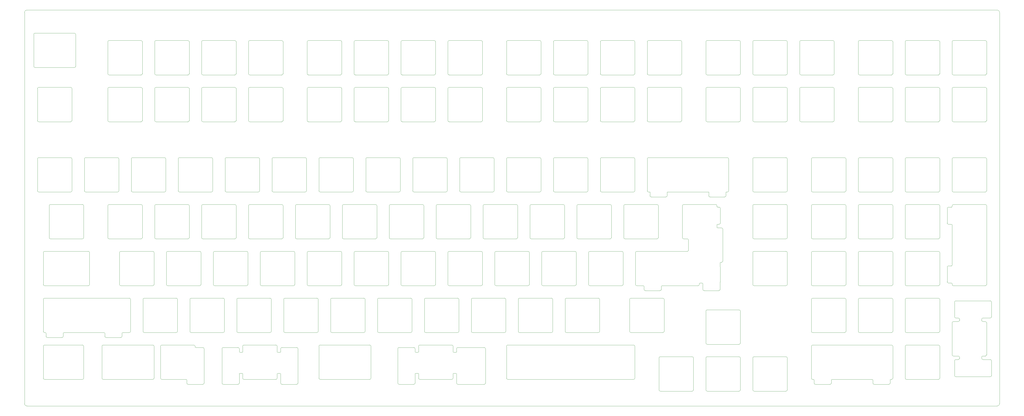
<source format=gbr>
%TF.GenerationSoftware,KiCad,Pcbnew,(6.0.5)*%
%TF.CreationDate,2022-05-15T23:02:55-04:00*%
%TF.ProjectId,FR4-plate-grounded,4652342d-706c-4617-9465-2d67726f756e,rev?*%
%TF.SameCoordinates,Original*%
%TF.FileFunction,Profile,NP*%
%FSLAX46Y46*%
G04 Gerber Fmt 4.6, Leading zero omitted, Abs format (unit mm)*
G04 Created by KiCad (PCBNEW (6.0.5)) date 2022-05-15 23:02:55*
%MOMM*%
%LPD*%
G01*
G04 APERTURE LIST*
%TA.AperFunction,Profile*%
%ADD10C,0.100000*%
%TD*%
G04 APERTURE END LIST*
D10*
X209263000Y-45425000D02*
G75*
G03*
X209763000Y-44925000I0J500000D01*
G01*
X377238000Y-12375000D02*
G75*
G03*
X376738000Y-12875000I0J-500000D01*
G01*
X180688000Y-93050000D02*
G75*
G03*
X181188000Y-92550000I0J500000D01*
G01*
X143875500Y-117150000D02*
G75*
G03*
X143375500Y-117650000I0J-500000D01*
G01*
X128300500Y-26375000D02*
X115300500Y-26375000D01*
X114800500Y-44925000D02*
G75*
G03*
X115300500Y-45425000I500000J0D01*
G01*
X134350500Y-12375000D02*
X147350500Y-12375000D01*
X269581750Y-93350000D02*
X269581750Y-97800000D01*
X333588000Y-79550000D02*
G75*
G03*
X333088000Y-79050000I-500000J0D01*
G01*
X200525500Y-130650000D02*
X200525500Y-117650000D01*
X104488000Y-93050000D02*
X91488000Y-93050000D01*
X115300500Y-45425000D02*
X128300500Y-45425000D01*
X66888000Y-92550000D02*
X66888000Y-79550000D01*
X371188000Y-112100000D02*
G75*
G03*
X371688000Y-111600000I0J500000D01*
G01*
X377738000Y-118737000D02*
X377738000Y-124737000D01*
X358188000Y-60000000D02*
G75*
G03*
X357688000Y-60500000I0J-500000D01*
G01*
X233863000Y-44925000D02*
X233863000Y-31925000D01*
X160044300Y-149700000D02*
G75*
G03*
X160544251Y-150200000I500000J0D01*
G01*
X157663000Y-73500000D02*
G75*
G03*
X158163000Y-74000000I500000J0D01*
G01*
X376738000Y-44925000D02*
G75*
G03*
X377238000Y-45425000I500000J0D01*
G01*
X309775500Y-31925000D02*
G75*
G03*
X309275500Y-31425000I-500000J0D01*
G01*
X124038000Y-79550000D02*
G75*
G03*
X123538000Y-79050000I-500000J0D01*
G01*
X257675500Y-154462500D02*
G75*
G03*
X258175500Y-154962500I500000J0D01*
G01*
X282081750Y-80137000D02*
X281500500Y-80137000D01*
X160044251Y-147900000D02*
X160044251Y-149700000D01*
X377238000Y-140675000D02*
X379238000Y-140675000D01*
X31956750Y-136199950D02*
G75*
G03*
X31456750Y-136700000I50J-500050D01*
G01*
X174044251Y-149700000D02*
X174044251Y-147900000D01*
X282494757Y-110794841D02*
G75*
G03*
X282581750Y-110513000I-413057J281841D01*
G01*
X358188000Y-150200000D02*
X371188000Y-150200000D01*
X195763000Y-136700000D02*
X195763000Y-149700000D01*
X243100500Y-98600000D02*
X243100500Y-111600000D01*
X55269300Y-149700000D02*
G75*
G03*
X55769250Y-150200000I500000J0D01*
G01*
X261000000Y-74000000D02*
X261000000Y-75500000D01*
X91488000Y-31425000D02*
G75*
G03*
X90988000Y-31925000I0J-500000D01*
G01*
X320088000Y-79050000D02*
X333088000Y-79050000D01*
X103844751Y-139200000D02*
X102806751Y-139200000D01*
X37813000Y-74000000D02*
G75*
G03*
X38313000Y-73500000I0J500000D01*
G01*
X118775500Y-131149999D02*
G75*
G03*
X119275499Y-130649999I0J499999D01*
G01*
X38313000Y-60500000D02*
G75*
G03*
X37813000Y-60000000I-500000J0D01*
G01*
X295775500Y-111600000D02*
G75*
G03*
X296275500Y-112100000I500000J0D01*
G01*
X247863000Y-60500000D02*
X247863000Y-73500000D01*
X152900500Y-44925000D02*
G75*
G03*
X153400500Y-45425000I500000J0D01*
G01*
X375238000Y-111013000D02*
X376438000Y-111013000D01*
X395000000Y-161000000D02*
X1000000Y-161000000D01*
X104988000Y-31925000D02*
X104988000Y-44925000D01*
X181975500Y-117150000D02*
G75*
G03*
X181475500Y-117650000I0J-500000D01*
G01*
X52600500Y-98600000D02*
G75*
G03*
X52100500Y-98100000I-500000J0D01*
G01*
X246269250Y-117149950D02*
G75*
G03*
X245769250Y-117650000I50J-500050D01*
G01*
X233075500Y-117150000D02*
X220075500Y-117150000D01*
X104544751Y-152200000D02*
X110544751Y-152200000D01*
X276725499Y-135412501D02*
G75*
G03*
X277225500Y-135912501I500001J1D01*
G01*
X71938000Y-44925000D02*
G75*
G03*
X72438000Y-45425000I500000J0D01*
G01*
X377238000Y-79050000D02*
G75*
G03*
X376738000Y-79550000I0J-500000D01*
G01*
X104488000Y-12375000D02*
X91488000Y-12375000D01*
X5763000Y-60000000D02*
G75*
G03*
X5263000Y-60500000I0J-500000D01*
G01*
X115300500Y-98100000D02*
G75*
G03*
X114800500Y-98600000I0J-500000D01*
G01*
X277225500Y-12375000D02*
G75*
G03*
X276725500Y-12875000I0J-500000D01*
G01*
X102806751Y-147700000D02*
X103844751Y-147700000D01*
X85438000Y-12375000D02*
X72438000Y-12375000D01*
X252118750Y-114100000D02*
X258118749Y-114100000D01*
X281200500Y-88275000D02*
X281200500Y-87437000D01*
X119563000Y-136700000D02*
X119563000Y-149700000D01*
X174044251Y-139000000D02*
X174044251Y-136700000D01*
X396000000Y-1000000D02*
G75*
G03*
X395000000Y0I-1000000J0D01*
G01*
X8144250Y-131150000D02*
X8431250Y-131150000D01*
X338638000Y-111600000D02*
X338638000Y-98600000D01*
X185450500Y-45425000D02*
G75*
G03*
X185950500Y-44925000I0J500000D01*
G01*
X333588000Y-130650000D02*
X333588000Y-117650000D01*
X266413000Y-45425000D02*
G75*
G03*
X266913000Y-44925000I0J500000D01*
G01*
X371688000Y-31925000D02*
G75*
G03*
X371188000Y-31425000I-500000J0D01*
G01*
X134350500Y-98100000D02*
G75*
G03*
X133850500Y-98600000I0J-500000D01*
G01*
X47338000Y-79050000D02*
X34338000Y-79050000D01*
X110544751Y-137200000D02*
X104544751Y-137200000D01*
X352638000Y-60500000D02*
X352638000Y-73500000D01*
X152613000Y-73500000D02*
X152613000Y-60500000D01*
X124038000Y-92550000D02*
X124038000Y-79550000D01*
X351551000Y-150500000D02*
X351551000Y-151700000D01*
X379738000Y-141175000D02*
X379738000Y-141613000D01*
X33838000Y-12875000D02*
X33838000Y-25875000D01*
X376738000Y-87437000D02*
G75*
G03*
X376438000Y-87137000I-300000J0D01*
G01*
X10525501Y-79050000D02*
X23525500Y-79050000D01*
X220075500Y-117150000D02*
G75*
G03*
X219575500Y-117650000I0J-500000D01*
G01*
X148638000Y-93050000D02*
X161638000Y-93050000D01*
X371688000Y-130650000D02*
X371688000Y-117650000D01*
X271675500Y-154462500D02*
X271675500Y-141462500D01*
X159844251Y-139200051D02*
G75*
G03*
X160044251Y-139000000I-51J200051D01*
G01*
X243388000Y-79550000D02*
X243388000Y-92550000D01*
X233863000Y-73500000D02*
G75*
G03*
X234363000Y-74000000I500000J0D01*
G01*
X379738000Y-141175000D02*
G75*
G03*
X379238000Y-140675000I-500000J0D01*
G01*
X390738000Y-31925000D02*
X390738000Y-44925000D01*
X377238000Y-126675000D02*
G75*
G03*
X376738000Y-127175000I0J-500000D01*
G01*
X185450500Y-12375000D02*
X172450500Y-12375000D01*
X357688000Y-136700000D02*
X357688000Y-149700000D01*
X333588000Y-117650000D02*
G75*
G03*
X333088000Y-117150000I-500000J0D01*
G01*
X276725500Y-154462500D02*
X276725500Y-141462500D01*
X85938000Y-31925000D02*
G75*
G03*
X85438000Y-31425000I-500000J0D01*
G01*
X67175500Y-130650000D02*
X67175500Y-117650000D01*
X234363000Y-12375000D02*
X247363000Y-12375000D01*
X148638000Y-79050000D02*
G75*
G03*
X148138000Y-79550000I0J-500000D01*
G01*
X81175500Y-117650000D02*
G75*
G03*
X80675500Y-117150000I-500000J0D01*
G01*
X1000000Y0D02*
G75*
G03*
X0Y-1000000I0J-1000000D01*
G01*
X47838000Y-92550000D02*
X47838000Y-79550000D01*
X31456800Y-149700000D02*
G75*
G03*
X31956750Y-150200000I500000J0D01*
G01*
X284876000Y-74000000D02*
X284876000Y-75500000D01*
X185450500Y-98100000D02*
X172450500Y-98100000D01*
X205000500Y-98600000D02*
G75*
G03*
X204500500Y-98100000I-500000J0D01*
G01*
X374738000Y-104513000D02*
X374738000Y-110513000D01*
X185450500Y-26375000D02*
G75*
G03*
X185950500Y-25875000I0J500000D01*
G01*
X120063000Y-150200000D02*
X140206750Y-150200000D01*
X376738000Y-73500000D02*
G75*
G03*
X377238000Y-74000000I500000J0D01*
G01*
X76413000Y-60500000D02*
G75*
G03*
X75913000Y-60000000I-500000J0D01*
G01*
X320088000Y-117150000D02*
G75*
G03*
X319588000Y-117650000I0J-500000D01*
G01*
X162138000Y-79550000D02*
G75*
G03*
X161638000Y-79050000I-500000J0D01*
G01*
X87206751Y-139000000D02*
X87206751Y-137700000D01*
X296275500Y-93050000D02*
X309275500Y-93050000D01*
X34338000Y-93050000D02*
X47338000Y-93050000D01*
X81463000Y-73500000D02*
X81463000Y-60500000D01*
X352138000Y-93050000D02*
G75*
G03*
X352638000Y-92550000I0J500000D01*
G01*
X33838000Y-25875000D02*
G75*
G03*
X34338000Y-26375000I500000J0D01*
G01*
X390738000Y-127175000D02*
G75*
G03*
X390238000Y-126675000I-500000J0D01*
G01*
X166900500Y-98600000D02*
X166900500Y-111600000D01*
X285963000Y-60500000D02*
G75*
G03*
X285463000Y-60000000I-500000J0D01*
G01*
X390738000Y-12875000D02*
G75*
G03*
X390238000Y-12375000I-500000J0D01*
G01*
X396000000Y-1000000D02*
X396000000Y-160000000D01*
X176713000Y-73500000D02*
G75*
G03*
X177213000Y-74000000I500000J0D01*
G01*
X290225500Y-45425000D02*
G75*
G03*
X290725500Y-44925000I0J500000D01*
G01*
X309775500Y-79550000D02*
G75*
G03*
X309275500Y-79050000I-500000J0D01*
G01*
X123538000Y-93050000D02*
G75*
G03*
X124038000Y-92550000I0J500000D01*
G01*
X148138000Y-79550000D02*
X148138000Y-92550000D01*
X72438000Y-31425000D02*
X85438000Y-31425000D01*
X258918750Y-112099950D02*
G75*
G03*
X258618750Y-112400000I50J-300050D01*
G01*
X285463000Y-74000000D02*
G75*
G03*
X285963000Y-73500000I0J500000D01*
G01*
X296275500Y-140962500D02*
X309275500Y-140962500D01*
X105775500Y-117150000D02*
G75*
G03*
X105275500Y-117650000I0J-500000D01*
G01*
X66388000Y-93050000D02*
G75*
G03*
X66888000Y-92550000I0J500000D01*
G01*
X57363000Y-60500000D02*
G75*
G03*
X56863000Y-60000000I-500000J0D01*
G01*
X390238000Y-26375000D02*
X377238000Y-26375000D01*
X358188000Y-12375000D02*
G75*
G03*
X357688000Y-12875000I0J-500000D01*
G01*
X220075500Y-131150000D02*
X233075500Y-131150000D01*
X339138000Y-12375000D02*
X352138000Y-12375000D01*
X52888000Y-25875000D02*
G75*
G03*
X53388000Y-26375000I500000J0D01*
G01*
X253413000Y-12375000D02*
X266413000Y-12375000D01*
X352638000Y-98600000D02*
X352638000Y-111600000D01*
X256888000Y-93050000D02*
G75*
G03*
X257388000Y-92550000I0J500000D01*
G01*
X57650500Y-98600000D02*
X57650500Y-111600000D01*
X224050500Y-98600000D02*
X224050500Y-111600000D01*
X81963000Y-60000000D02*
G75*
G03*
X81463000Y-60500000I0J-500000D01*
G01*
X377738000Y-124737000D02*
G75*
G03*
X378238000Y-125237000I500000J0D01*
G01*
X8731300Y-132650000D02*
G75*
G03*
X9231250Y-133150000I500000J0D01*
G01*
X94963000Y-74000000D02*
G75*
G03*
X95463000Y-73500000I0J500000D01*
G01*
X333088000Y-74000000D02*
X320088000Y-74000000D01*
X34338000Y-26375000D02*
X47338000Y-26375000D01*
X259269250Y-117150000D02*
X246269250Y-117150000D01*
X120063000Y-60000000D02*
G75*
G03*
X119563000Y-60500000I0J-500000D01*
G01*
X214813000Y-25875000D02*
G75*
G03*
X215313000Y-26375000I500000J0D01*
G01*
X271175500Y-154962500D02*
G75*
G03*
X271675500Y-154462500I0J500000D01*
G01*
X320088000Y-98100000D02*
G75*
G03*
X319588000Y-98600000I0J-500000D01*
G01*
X186706751Y-152200051D02*
G75*
G03*
X187206751Y-151700000I-51J500051D01*
G01*
X195475500Y-117650000D02*
X195475500Y-130650000D01*
X166400500Y-112100000D02*
G75*
G03*
X166900500Y-111600000I0J500000D01*
G01*
X166900500Y-12875000D02*
G75*
G03*
X166400500Y-12375000I-500000J0D01*
G01*
X327175000Y-152200000D02*
G75*
G03*
X327675000Y-151700000I0J500000D01*
G01*
X224338000Y-92550000D02*
G75*
G03*
X224838000Y-93050000I500000J0D01*
G01*
X25906750Y-98100000D02*
X8144251Y-98100000D01*
X85938000Y-31925000D02*
X85938000Y-44925000D01*
X101013000Y-60000000D02*
G75*
G03*
X100513000Y-60500000I0J-500000D01*
G01*
X377238000Y-112100000D02*
X390238000Y-112100000D01*
X309275500Y-79050000D02*
X296275500Y-79050000D01*
X138613000Y-73500000D02*
G75*
G03*
X139113000Y-74000000I500000J0D01*
G01*
X133850500Y-44925000D02*
X133850500Y-31925000D01*
X91488000Y-26375000D02*
X104488000Y-26375000D01*
X295775500Y-92550000D02*
G75*
G03*
X296275500Y-93050000I500000J0D01*
G01*
X379238000Y-142113000D02*
X378238000Y-142113000D01*
X114800500Y-25875000D02*
X114800500Y-12875000D01*
X290225500Y-154962500D02*
G75*
G03*
X290725500Y-154462500I0J500000D01*
G01*
X267700499Y-79049999D02*
G75*
G03*
X267200499Y-79550000I1J-500001D01*
G01*
X376738000Y-140175000D02*
G75*
G03*
X377238000Y-140675000I500000J0D01*
G01*
X72913000Y-151700000D02*
X72913000Y-137700000D01*
X52100501Y-136200000D02*
X31956750Y-136200000D01*
X71938000Y-92550000D02*
X71938000Y-79550000D01*
X205788000Y-79050000D02*
X218788000Y-79050000D01*
X390238000Y-79050000D02*
X377238000Y-79050000D01*
X357688000Y-44925000D02*
G75*
G03*
X358188000Y-45425000I500000J0D01*
G01*
X18763000Y-31425000D02*
X5763000Y-31425000D01*
X124825500Y-131150000D02*
X137825500Y-131150000D01*
X114800500Y-31925000D02*
X114800500Y-44925000D01*
X352138000Y-74000000D02*
G75*
G03*
X352638000Y-73500000I0J500000D01*
G01*
X233863000Y-44925000D02*
G75*
G03*
X234363000Y-45425000I500000J0D01*
G01*
X104044800Y-151700000D02*
G75*
G03*
X104544751Y-152200000I500000J0D01*
G01*
X378238000Y-149113000D02*
X392238000Y-149113000D01*
X389238000Y-125237000D02*
X392238000Y-125237000D01*
X327975000Y-150200000D02*
G75*
G03*
X327675000Y-150500000I0J-300000D01*
G01*
X338638000Y-25875000D02*
G75*
G03*
X339138000Y-26375000I500000J0D01*
G01*
X260500000Y-76000000D02*
X254500000Y-76000000D01*
X105275500Y-130650000D02*
X105275500Y-117650000D01*
X258175500Y-154962500D02*
X271175500Y-154962500D01*
X352638000Y-130650000D02*
X352638000Y-117650000D01*
X138325500Y-117650000D02*
G75*
G03*
X137825500Y-117150000I-500000J0D01*
G01*
X23525501Y-150200001D02*
G75*
G03*
X24025501Y-149700000I-1J500001D01*
G01*
X124325500Y-117650000D02*
X124325500Y-130650000D01*
X274056750Y-111600000D02*
X274056750Y-111313000D01*
X129588000Y-79050000D02*
G75*
G03*
X129088000Y-79550000I0J-500000D01*
G01*
X172450500Y-98100000D02*
G75*
G03*
X171950500Y-98600000I0J-500000D01*
G01*
X175482200Y-147900000D02*
G75*
G03*
X175282251Y-147700000I-200000J0D01*
G01*
X276725500Y-25875000D02*
X276725500Y-12875000D01*
X328825502Y-12875000D02*
G75*
G03*
X328325502Y-12374998I-500002J0D01*
G01*
X33838000Y-44925000D02*
G75*
G03*
X34338000Y-45425000I500000J0D01*
G01*
X283581750Y-102075000D02*
X283581750Y-89075000D01*
X43075500Y-117650000D02*
G75*
G03*
X42575500Y-117150000I-500000J0D01*
G01*
X390238000Y-45425000D02*
X377238000Y-45425000D01*
X95750499Y-111600000D02*
X95750499Y-98600000D01*
X76700500Y-111600000D02*
X76700499Y-98600000D01*
X309775500Y-111600000D02*
X309775500Y-98600000D01*
X390238000Y-112100000D02*
G75*
G03*
X390738000Y-111600000I0J500000D01*
G01*
X219288000Y-79550000D02*
X219288000Y-92550000D01*
X309775500Y-12875000D02*
X309775500Y-25875000D01*
X53388000Y-31425000D02*
G75*
G03*
X52888000Y-31925000I0J-500000D01*
G01*
X69269250Y-137000000D02*
X69269250Y-136700000D01*
X138613000Y-60500000D02*
X138613000Y-73500000D01*
X281500500Y-87137000D02*
G75*
G03*
X281200500Y-87437000I0J-300000D01*
G01*
X275494701Y-111313000D02*
G75*
G03*
X275194749Y-111012999I-300001J0D01*
G01*
X191000500Y-98600000D02*
X191000500Y-111600000D01*
X8144250Y-117149950D02*
G75*
G03*
X7644250Y-117650000I50J-500050D01*
G01*
X85938000Y-25875000D02*
X85938000Y-12875000D01*
X103844751Y-139200051D02*
G75*
G03*
X104044751Y-139000000I-51J200051D01*
G01*
X314825500Y-25875000D02*
X314825500Y-12875000D01*
X251618700Y-112400000D02*
G75*
G03*
X251318750Y-112100000I-300000J0D01*
G01*
X5763000Y-60000000D02*
X18763000Y-60000000D01*
X338638000Y-111600000D02*
G75*
G03*
X339138000Y-112100000I500000J0D01*
G01*
X10025500Y-92550000D02*
X10025501Y-79550000D01*
X275494800Y-113600000D02*
G75*
G03*
X275994750Y-114100000I500000J0D01*
G01*
X128800500Y-12875000D02*
X128800500Y-25875000D01*
X376738000Y-111313000D02*
G75*
G03*
X376438000Y-111013000I-300000J0D01*
G01*
X247863000Y-31925000D02*
X247863000Y-44925000D01*
X20263000Y-23375000D02*
G75*
G03*
X20763000Y-22875000I0J500000D01*
G01*
X139113000Y-74000000D02*
X152113000Y-74000000D01*
X390738000Y-31925000D02*
G75*
G03*
X390238000Y-31425000I-500000J0D01*
G01*
X152900500Y-25875000D02*
G75*
G03*
X153400500Y-26375000I500000J0D01*
G01*
X119563000Y-60500000D02*
X119563000Y-73500000D01*
X86225499Y-130650000D02*
G75*
G03*
X86725500Y-131150001I500001J0D01*
G01*
X86725500Y-131150000D02*
X99725500Y-131150000D01*
X352138000Y-150200000D02*
G75*
G03*
X352638000Y-149700000I0J500000D01*
G01*
X31456750Y-136700000D02*
X31456750Y-149700000D01*
X209763000Y-31925000D02*
G75*
G03*
X209263000Y-31425000I-500000J0D01*
G01*
X52100500Y-112100000D02*
X39100500Y-112100000D01*
X358188000Y-79050000D02*
G75*
G03*
X357688000Y-79550000I0J-500000D01*
G01*
X147350500Y-26375000D02*
X134350500Y-26375000D01*
X4263000Y-9375000D02*
G75*
G03*
X3763000Y-9875000I0J-500000D01*
G01*
X215313000Y-31425000D02*
X228313000Y-31425000D01*
X378238000Y-118237000D02*
G75*
G03*
X377738000Y-118737000I0J-500000D01*
G01*
X195763000Y-44925000D02*
G75*
G03*
X196263000Y-45425000I500000J0D01*
G01*
X133850500Y-44925000D02*
G75*
G03*
X134350500Y-45425000I500000J0D01*
G01*
X274356750Y-111012950D02*
G75*
G03*
X274056750Y-111313000I50J-300050D01*
G01*
X157375500Y-117650000D02*
G75*
G03*
X156875500Y-117150000I-500000J0D01*
G01*
X333588000Y-60500000D02*
G75*
G03*
X333088000Y-60000000I-500000J0D01*
G01*
X259269250Y-131150050D02*
G75*
G03*
X259769250Y-130650000I-50J500050D01*
G01*
X39107250Y-133150050D02*
G75*
G03*
X39607250Y-132650000I-50J500050D01*
G01*
X352138000Y-112100000D02*
X339138000Y-112100000D01*
X47338000Y-12375000D02*
X34338000Y-12375000D01*
X338638000Y-44925000D02*
X338638000Y-31925000D01*
X392738000Y-124737000D02*
X392738000Y-118737000D01*
X85438000Y-45425000D02*
X72438000Y-45425000D01*
X247363000Y-74000000D02*
G75*
G03*
X247863000Y-73500000I0J500000D01*
G01*
X223550500Y-112100000D02*
G75*
G03*
X224050500Y-111600000I0J500000D01*
G01*
X371688000Y-111600000D02*
X371688000Y-98600000D01*
X376738000Y-127175000D02*
X376738000Y-140175000D01*
X333088000Y-93050000D02*
G75*
G03*
X333588000Y-92550000I0J500000D01*
G01*
X20763000Y-9875000D02*
G75*
G03*
X20263000Y-9375000I-500000J0D01*
G01*
X100225500Y-117650000D02*
G75*
G03*
X99725500Y-117150000I-500000J0D01*
G01*
X110038000Y-79550000D02*
X110038000Y-92550000D01*
X153400500Y-31425000D02*
G75*
G03*
X152900500Y-31925000I0J-500000D01*
G01*
X88406751Y-139200000D02*
X87406751Y-139200000D01*
X266913000Y-12875000D02*
X266913000Y-25875000D01*
X171163000Y-74000000D02*
G75*
G03*
X171663000Y-73500000I0J500000D01*
G01*
X185950500Y-12875000D02*
G75*
G03*
X185450500Y-12375000I-500000J0D01*
G01*
X152900500Y-111600000D02*
G75*
G03*
X153400500Y-112100000I500000J0D01*
G01*
X33107250Y-133150000D02*
X39107250Y-133150000D01*
X143375500Y-117650000D02*
X143375500Y-130650000D01*
X296275500Y-31425000D02*
G75*
G03*
X295775500Y-31925000I0J-500000D01*
G01*
X80706751Y-137199951D02*
G75*
G03*
X80206751Y-137700000I49J-500049D01*
G01*
X209263000Y-74000000D02*
G75*
G03*
X209763000Y-73500000I0J500000D01*
G01*
X205000500Y-111600000D02*
X205000500Y-98600000D01*
X339138000Y-131150000D02*
X352138000Y-131150000D01*
X181475500Y-130650000D02*
G75*
G03*
X181975500Y-131150000I500000J0D01*
G01*
X118775500Y-131150000D02*
X105775500Y-131150000D01*
X205288000Y-92550000D02*
G75*
G03*
X205788000Y-93050000I500000J0D01*
G01*
X153400500Y-12375000D02*
X166400500Y-12375000D01*
X257388000Y-79550000D02*
G75*
G03*
X256888000Y-79050000I-500000J0D01*
G01*
X352638000Y-136700000D02*
G75*
G03*
X352138000Y-136200000I-500000J0D01*
G01*
X80206800Y-151700000D02*
G75*
G03*
X80706751Y-152200000I500000J0D01*
G01*
X52600500Y-98600000D02*
X52600500Y-111600000D01*
X333088000Y-112100000D02*
G75*
G03*
X333588000Y-111600000I0J500000D01*
G01*
X285963000Y-60500000D02*
X285963000Y-73500000D01*
X379238000Y-126675000D02*
G75*
G03*
X379738000Y-126175000I0J500000D01*
G01*
X175482300Y-151700000D02*
G75*
G03*
X175982251Y-152200000I500000J0D01*
G01*
X256888000Y-79050000D02*
X243888000Y-79050000D01*
X320375000Y-150200000D02*
X320088000Y-150200000D01*
X47838000Y-12875000D02*
G75*
G03*
X47338000Y-12375000I-500000J0D01*
G01*
X153400500Y-12375000D02*
G75*
G03*
X152900500Y-12875000I0J-500000D01*
G01*
X392238000Y-118237000D02*
X378238000Y-118237000D01*
X233863000Y-25875000D02*
G75*
G03*
X234363000Y-26375000I500000J0D01*
G01*
X147350500Y-45425000D02*
G75*
G03*
X147850500Y-44925000I0J500000D01*
G01*
X224050500Y-98600000D02*
G75*
G03*
X223550500Y-98100000I-500000J0D01*
G01*
X72438000Y-12375000D02*
G75*
G03*
X71938000Y-12875000I0J-500000D01*
G01*
X48625500Y-131150000D02*
X61625500Y-131150000D01*
X390738000Y-140175000D02*
X390738000Y-127175000D01*
X228813000Y-31925000D02*
G75*
G03*
X228313000Y-31425000I-500000J0D01*
G01*
X171950500Y-111600000D02*
G75*
G03*
X172450500Y-112100000I500000J0D01*
G01*
X209263000Y-26375000D02*
X196263000Y-26375000D01*
X357688000Y-92550000D02*
G75*
G03*
X358188000Y-93050000I500000J0D01*
G01*
X191500500Y-98100000D02*
G75*
G03*
X191000500Y-98600000I0J-500000D01*
G01*
X281200500Y-79837000D02*
G75*
G03*
X281500500Y-80137000I300000J0D01*
G01*
X86725500Y-117150000D02*
G75*
G03*
X86225500Y-117650000I0J-500000D01*
G01*
X90200500Y-112100000D02*
G75*
G03*
X90700500Y-111600000I0J500000D01*
G01*
X371688000Y-136700000D02*
G75*
G03*
X371188000Y-136200000I-500000J0D01*
G01*
X23525501Y-136200000D02*
X21144250Y-136200000D01*
X371688000Y-149700000D02*
X371688000Y-136700000D01*
X85438000Y-93050000D02*
X72438000Y-93050000D01*
X378238000Y-125237000D02*
X379238000Y-125237000D01*
X32607200Y-131450000D02*
G75*
G03*
X32307250Y-131150000I-300000J0D01*
G01*
X309275500Y-112100000D02*
G75*
G03*
X309775500Y-111600000I0J500000D01*
G01*
X66413000Y-152200000D02*
X72413000Y-152200000D01*
X371188000Y-150200000D02*
G75*
G03*
X371688000Y-149700000I0J500000D01*
G01*
X140706750Y-149700000D02*
X140706750Y-136700000D01*
X273556750Y-112100050D02*
G75*
G03*
X274056750Y-111600000I-50J500050D01*
G01*
X371188000Y-93050000D02*
G75*
G03*
X371688000Y-92550000I0J500000D01*
G01*
X104044700Y-147900000D02*
G75*
G03*
X103844751Y-147700000I-200000J0D01*
G01*
X228313000Y-74000000D02*
G75*
G03*
X228813000Y-73500000I0J500000D01*
G01*
X129588000Y-79050000D02*
X142588000Y-79050000D01*
X90988000Y-25875000D02*
G75*
G03*
X91488000Y-26375000I500000J0D01*
G01*
X104988000Y-31925000D02*
G75*
G03*
X104488000Y-31425000I-500000J0D01*
G01*
X295775500Y-154462500D02*
X295775500Y-141462500D01*
X333088000Y-93050000D02*
X320088000Y-93050000D01*
X352638000Y-12875000D02*
G75*
G03*
X352138000Y-12375000I-500000J0D01*
G01*
X314825500Y-25875000D02*
G75*
G03*
X315325500Y-26375000I500000J0D01*
G01*
X284376000Y-76000000D02*
X278376000Y-76000000D01*
X379738000Y-125737000D02*
X379738000Y-126175000D01*
X162925500Y-117150000D02*
G75*
G03*
X162425500Y-117650000I0J-500000D01*
G01*
X4263000Y-9375000D02*
X20263000Y-9375000D01*
X171950500Y-25875000D02*
G75*
G03*
X172450500Y-26375000I500000J0D01*
G01*
X157663000Y-60500000D02*
X157663000Y-73500000D01*
X66388000Y-79050000D02*
X53388000Y-79050000D01*
X90988000Y-92550000D02*
X90988000Y-79550000D01*
X166900500Y-12875000D02*
X166900500Y-25875000D01*
X86706751Y-152200051D02*
G75*
G03*
X87206751Y-151700000I-51J500051D01*
G01*
X62125500Y-130650000D02*
X62125500Y-117650000D01*
X158806251Y-147700000D02*
X159844251Y-147700000D01*
X8144251Y-112100000D02*
X25906750Y-112100000D01*
X175925500Y-117150000D02*
X162925500Y-117150000D01*
X102806751Y-147699951D02*
G75*
G03*
X102606751Y-147900000I49J-200049D01*
G01*
X358188000Y-93050000D02*
X371188000Y-93050000D01*
X66888000Y-25875000D02*
X66888000Y-12875000D01*
X252913000Y-44925000D02*
G75*
G03*
X253413000Y-45425000I500000J0D01*
G01*
X247863000Y-149700000D02*
X247863000Y-136700000D01*
X238338000Y-79550000D02*
G75*
G03*
X237838000Y-79050000I-500000J0D01*
G01*
X71938000Y-25875000D02*
G75*
G03*
X72438000Y-26375000I500000J0D01*
G01*
X171950500Y-98600000D02*
X171950500Y-111600000D01*
X80675500Y-131150000D02*
X67675500Y-131150000D01*
X267200500Y-92550000D02*
G75*
G03*
X267700499Y-93050000I500000J0D01*
G01*
X175482251Y-147900000D02*
X175482251Y-151700000D01*
X158106251Y-152200051D02*
G75*
G03*
X158606251Y-151700000I-51J500051D01*
G01*
X161638000Y-79050000D02*
X148638000Y-79050000D01*
X186238000Y-92550000D02*
G75*
G03*
X186738000Y-93050000I500000J0D01*
G01*
X24813000Y-74000000D02*
X37813000Y-74000000D01*
X94963000Y-74000000D02*
X81963000Y-74000000D01*
X5763000Y-31425000D02*
G75*
G03*
X5263000Y-31925000I0J-500000D01*
G01*
X210550500Y-98100000D02*
X223550500Y-98100000D01*
X320088000Y-79050000D02*
G75*
G03*
X319588000Y-79550000I0J-500000D01*
G01*
X186738000Y-79050000D02*
X199738000Y-79050000D01*
X24813000Y-60000000D02*
G75*
G03*
X24313000Y-60500000I0J-500000D01*
G01*
X338638000Y-92550000D02*
G75*
G03*
X339138000Y-93050000I500000J0D01*
G01*
X140706700Y-136700000D02*
G75*
G03*
X140206750Y-136200000I-500000J0D01*
G01*
X296275500Y-12375000D02*
X309275500Y-12375000D01*
X376738000Y-87437000D02*
X376738000Y-103713000D01*
X109750500Y-98600000D02*
G75*
G03*
X109250500Y-98100000I-500000J0D01*
G01*
X277225500Y-140962500D02*
G75*
G03*
X276725500Y-141462500I0J-500000D01*
G01*
X133063000Y-60000000D02*
X120063000Y-60000000D01*
X196263000Y-31425000D02*
G75*
G03*
X195763000Y-31925000I0J-500000D01*
G01*
X120063000Y-74000000D02*
X133063000Y-74000000D01*
X142588000Y-93050000D02*
G75*
G03*
X143088000Y-92550000I0J500000D01*
G01*
X247863000Y-12875000D02*
X247863000Y-25875000D01*
X338638000Y-73500000D02*
G75*
G03*
X339138000Y-74000000I500000J0D01*
G01*
X247363000Y-45425000D02*
G75*
G03*
X247863000Y-44925000I0J500000D01*
G01*
X269281750Y-98100050D02*
G75*
G03*
X269581750Y-97800000I-50J300050D01*
G01*
X167688000Y-79050000D02*
G75*
G03*
X167188000Y-79550000I0J-500000D01*
G01*
X333588000Y-79550000D02*
X333588000Y-92550000D01*
X392738000Y-118737000D02*
G75*
G03*
X392238000Y-118237000I-500000J0D01*
G01*
X309775500Y-44925000D02*
X309775500Y-31925000D01*
X91488000Y-79050000D02*
G75*
G03*
X90988000Y-79550000I0J-500000D01*
G01*
X90988000Y-12875000D02*
X90988000Y-25875000D01*
X276725500Y-44925000D02*
G75*
G03*
X277225500Y-45425000I500000J0D01*
G01*
X247363000Y-136200000D02*
X196263000Y-136200000D01*
X43863000Y-60000000D02*
X56863000Y-60000000D01*
X371188000Y-136200000D02*
X358188000Y-136200000D01*
X371188000Y-45425000D02*
G75*
G03*
X371688000Y-44925000I0J500000D01*
G01*
X233075500Y-131150000D02*
G75*
G03*
X233575500Y-130650000I0J500000D01*
G01*
X85438000Y-93050000D02*
G75*
G03*
X85938000Y-92550000I0J500000D01*
G01*
X352138000Y-79050000D02*
X339138000Y-79050000D01*
X209263000Y-60000000D02*
X196263000Y-60000000D01*
X90988000Y-44925000D02*
G75*
G03*
X91488000Y-45425000I500000J0D01*
G01*
X390738000Y-111600000D02*
X390738000Y-79550000D01*
X91488000Y-31425000D02*
X104488000Y-31425000D01*
X152106251Y-137199951D02*
G75*
G03*
X151606251Y-137700000I49J-500049D01*
G01*
X228313000Y-45425000D02*
X215313000Y-45425000D01*
X86706751Y-137200000D02*
X80706751Y-137200000D01*
X352138000Y-26375000D02*
X339138000Y-26375000D01*
X147850500Y-12875000D02*
X147850500Y-25875000D01*
X115300500Y-12375000D02*
X128300500Y-12375000D01*
X371188000Y-98100000D02*
X358188000Y-98100000D01*
X66888000Y-79550000D02*
G75*
G03*
X66388000Y-79050000I-500000J0D01*
G01*
X185950500Y-31925000D02*
G75*
G03*
X185450500Y-31425000I-500000J0D01*
G01*
X102106751Y-136200000D02*
X89106751Y-136200000D01*
X390738000Y-79550000D02*
G75*
G03*
X390238000Y-79050000I-500000J0D01*
G01*
X72438000Y-26375000D02*
X85438000Y-26375000D01*
X114800500Y-98600000D02*
X114800500Y-111600000D01*
X376738000Y-25875000D02*
G75*
G03*
X377238000Y-26375000I500000J0D01*
G01*
X42575500Y-131150000D02*
G75*
G03*
X43075500Y-130650000I0J500000D01*
G01*
X166900500Y-98600000D02*
G75*
G03*
X166400500Y-98100000I-500000J0D01*
G01*
X5263000Y-73500000D02*
X5263000Y-60500000D01*
X114513000Y-73500000D02*
X114513000Y-60500000D01*
X344551000Y-150500000D02*
G75*
G03*
X344251000Y-150200000I-300000J0D01*
G01*
X16031250Y-131150000D02*
X32307250Y-131150000D01*
X104988000Y-12875000D02*
G75*
G03*
X104488000Y-12375000I-500000J0D01*
G01*
X339138000Y-31425000D02*
G75*
G03*
X338638000Y-31925000I0J-500000D01*
G01*
X8144251Y-150200000D02*
X23525501Y-150200000D01*
X195763000Y-149700000D02*
G75*
G03*
X196263000Y-150200000I500000J0D01*
G01*
X223550500Y-112100000D02*
X210550500Y-112100000D01*
X215313000Y-12375000D02*
X228313000Y-12375000D01*
X19263000Y-60500000D02*
G75*
G03*
X18763000Y-60000000I-500000J0D01*
G01*
X271175500Y-140962500D02*
X258175500Y-140962500D01*
X99725500Y-117150000D02*
X86725500Y-117150000D01*
X328825500Y-31925000D02*
X328825500Y-44925000D01*
X171663000Y-60500000D02*
G75*
G03*
X171163000Y-60000000I-500000J0D01*
G01*
X319588000Y-149700000D02*
G75*
G03*
X320088000Y-150200000I500000J0D01*
G01*
X290725500Y-141462500D02*
G75*
G03*
X290225500Y-140962500I-500000J0D01*
G01*
X376738000Y-111600000D02*
G75*
G03*
X377238000Y-112100000I500000J0D01*
G01*
X15231250Y-133150050D02*
G75*
G03*
X15731250Y-132650000I-50J500050D01*
G01*
X358188000Y-31425000D02*
X371188000Y-31425000D01*
X176713000Y-73500000D02*
X176713000Y-60500000D01*
X290225500Y-26375000D02*
X277225500Y-26375000D01*
X237838000Y-93050000D02*
X224838000Y-93050000D01*
X43075500Y-130650000D02*
X43075500Y-117650000D01*
X171950500Y-44925000D02*
G75*
G03*
X172450500Y-45425000I500000J0D01*
G01*
X320675000Y-150500000D02*
G75*
G03*
X320375000Y-150200000I-300000J0D01*
G01*
X357688000Y-130650000D02*
G75*
G03*
X358188000Y-131150000I500000J0D01*
G01*
X85438000Y-26375000D02*
G75*
G03*
X85938000Y-25875000I0J500000D01*
G01*
X258918750Y-112100000D02*
X273556750Y-112100000D01*
X152900500Y-25875000D02*
X152900500Y-12875000D01*
X327675000Y-150500000D02*
X327675000Y-151700000D01*
X252913000Y-25875000D02*
X252913000Y-12875000D01*
X88606800Y-149700000D02*
G75*
G03*
X89106751Y-150200000I500000J0D01*
G01*
X315325500Y-31425000D02*
G75*
G03*
X314825500Y-31925000I0J-500000D01*
G01*
X333088000Y-117150000D02*
X320088000Y-117150000D01*
X296275500Y-45425000D02*
X309275500Y-45425000D01*
X195475500Y-117650000D02*
G75*
G03*
X194975500Y-117150000I-500000J0D01*
G01*
X228813000Y-73500000D02*
X228813000Y-60500000D01*
X228813000Y-12875000D02*
X228813000Y-25875000D01*
X258175500Y-140962500D02*
G75*
G03*
X257675500Y-141462500I0J-500000D01*
G01*
X266413000Y-26375000D02*
X253413000Y-26375000D01*
X251618800Y-113600000D02*
G75*
G03*
X252118750Y-114100000I500000J0D01*
G01*
X209763000Y-73500000D02*
X209763000Y-60500000D01*
X269581700Y-93350000D02*
G75*
G03*
X269281750Y-93050000I-300000J0D01*
G01*
X133563000Y-73500000D02*
X133563000Y-60500000D01*
X258118749Y-114100049D02*
G75*
G03*
X258618749Y-113600000I-49J500049D01*
G01*
X10525501Y-79050001D02*
G75*
G03*
X10025501Y-79550000I-1J-499999D01*
G01*
X371188000Y-26375000D02*
G75*
G03*
X371688000Y-25875000I0J500000D01*
G01*
X247863000Y-136700000D02*
G75*
G03*
X247363000Y-136200000I-500000J0D01*
G01*
X39100500Y-98100000D02*
G75*
G03*
X38600500Y-98600000I0J-500000D01*
G01*
X101013000Y-74000000D02*
X114013000Y-74000000D01*
X76700500Y-111600000D02*
G75*
G03*
X77200500Y-112100000I500000J0D01*
G01*
X171950500Y-12875000D02*
X171950500Y-25875000D01*
X166400500Y-45425000D02*
X153400500Y-45425000D01*
X147350500Y-26375000D02*
G75*
G03*
X147850500Y-25875000I0J500000D01*
G01*
X320088000Y-60000000D02*
X333088000Y-60000000D01*
X233863000Y-73500000D02*
X233863000Y-60500000D01*
X395000000Y-161000000D02*
G75*
G03*
X396000000Y-160000000I0J1000000D01*
G01*
X47338000Y-26375000D02*
G75*
G03*
X47838000Y-25875000I0J500000D01*
G01*
X119563000Y-73500000D02*
G75*
G03*
X120063000Y-74000000I500000J0D01*
G01*
X33838000Y-44925000D02*
X33838000Y-31925000D01*
X52888000Y-44925000D02*
X52888000Y-31925000D01*
X248150500Y-111600000D02*
G75*
G03*
X248650500Y-112100000I500000J0D01*
G01*
X253413000Y-45425000D02*
X266413000Y-45425000D01*
X75913000Y-74000000D02*
G75*
G03*
X76413000Y-73500000I0J500000D01*
G01*
X281200500Y-79550000D02*
G75*
G03*
X280700500Y-79050000I-500000J0D01*
G01*
X56863000Y-74000000D02*
X43863000Y-74000000D01*
X371188000Y-117150000D02*
X358188000Y-117150000D01*
X295775500Y-25875000D02*
G75*
G03*
X296275500Y-26375000I500000J0D01*
G01*
X75913000Y-60000000D02*
X62913000Y-60000000D01*
X129088000Y-92550000D02*
X129088000Y-79550000D01*
X277225500Y-45425000D02*
X290225500Y-45425000D01*
X276725500Y-25875000D02*
G75*
G03*
X277225500Y-26375000I500000J0D01*
G01*
X388738000Y-126175000D02*
G75*
G03*
X389238000Y-126675000I500000J0D01*
G01*
X53388000Y-31425000D02*
X66388000Y-31425000D01*
X128300500Y-98100000D02*
X115300500Y-98100000D01*
X328325500Y-26374999D02*
G75*
G03*
X328825499Y-25874999I0J499999D01*
G01*
X5263000Y-44925000D02*
G75*
G03*
X5763000Y-45425000I500000J0D01*
G01*
X357688000Y-73500000D02*
G75*
G03*
X358188000Y-74000000I500000J0D01*
G01*
X190713000Y-60500000D02*
G75*
G03*
X190213000Y-60000000I-500000J0D01*
G01*
X158606300Y-139000000D02*
G75*
G03*
X158806251Y-139200000I200000J0D01*
G01*
X267700499Y-93050000D02*
X269281750Y-93050000D01*
X277876000Y-75500000D02*
G75*
G03*
X278376000Y-76000000I500000J0D01*
G01*
X276725500Y-154462500D02*
G75*
G03*
X277225500Y-154962500I500000J0D01*
G01*
X8731200Y-131450000D02*
G75*
G03*
X8431250Y-131150000I-300000J0D01*
G01*
X102606700Y-136700000D02*
G75*
G03*
X102106751Y-136200000I-500000J0D01*
G01*
X320088000Y-136200000D02*
G75*
G03*
X319588000Y-136700000I0J-500000D01*
G01*
X295775500Y-98600000D02*
X295775500Y-111600000D01*
X69269300Y-137000000D02*
G75*
G03*
X69469250Y-137200000I200000J0D01*
G01*
X376438000Y-104013000D02*
G75*
G03*
X376738000Y-103713000I0J300000D01*
G01*
X219575500Y-130650000D02*
G75*
G03*
X220075500Y-131150000I500000J0D01*
G01*
X200525500Y-130650000D02*
G75*
G03*
X201025500Y-131150000I500000J0D01*
G01*
X104544751Y-137199951D02*
G75*
G03*
X104044751Y-137700000I49J-500049D01*
G01*
X115300500Y-12375000D02*
G75*
G03*
X114800500Y-12875000I0J-500000D01*
G01*
X90200500Y-112100000D02*
X77200500Y-112100000D01*
X290225500Y-121912501D02*
X277225500Y-121912501D01*
X352638000Y-117650000D02*
G75*
G03*
X352138000Y-117150000I-500000J0D01*
G01*
X259769200Y-117650000D02*
G75*
G03*
X259269250Y-117150000I-500000J0D01*
G01*
X152900500Y-111600000D02*
X152900500Y-98600000D01*
X371688000Y-92550000D02*
X371688000Y-79550000D01*
X23525500Y-93050000D02*
G75*
G03*
X24025500Y-92550000I0J500000D01*
G01*
X171163000Y-60000000D02*
X158163000Y-60000000D01*
X171950500Y-44925000D02*
X171950500Y-31925000D01*
X72438000Y-31425000D02*
G75*
G03*
X71938000Y-31925000I0J-500000D01*
G01*
X389238000Y-140675000D02*
G75*
G03*
X388738000Y-141175000I0J-500000D01*
G01*
X162925500Y-131150000D02*
X175925500Y-131150000D01*
X333588000Y-60500000D02*
X333588000Y-73500000D01*
X339138000Y-31425000D02*
X352138000Y-31425000D01*
X290725500Y-141462500D02*
X290725500Y-154462500D01*
X209263000Y-31425000D02*
X196263000Y-31425000D01*
X152900500Y-44925000D02*
X152900500Y-31925000D01*
X351851000Y-150200000D02*
G75*
G03*
X351551000Y-150500000I0J-300000D01*
G01*
X160544251Y-136199951D02*
G75*
G03*
X160044251Y-136700000I49J-500049D01*
G01*
X133850500Y-98600000D02*
X133850500Y-111600000D01*
X66388000Y-45425000D02*
G75*
G03*
X66888000Y-44925000I0J500000D01*
G01*
X229600500Y-98100000D02*
X242600500Y-98100000D01*
X110538000Y-93050000D02*
X123538000Y-93050000D01*
X52888000Y-12875000D02*
X52888000Y-25875000D01*
X374738000Y-80637000D02*
X374738000Y-86637000D01*
X218788000Y-93050000D02*
G75*
G03*
X219288000Y-92550000I0J500000D01*
G01*
X65913000Y-150400000D02*
G75*
G03*
X65713000Y-150200000I-200000J0D01*
G01*
X39607250Y-132650000D02*
X39607250Y-131450000D01*
X357688000Y-111600000D02*
G75*
G03*
X358188000Y-112100000I500000J0D01*
G01*
X157375500Y-130650000D02*
X157375500Y-117650000D01*
X52600501Y-136700000D02*
G75*
G03*
X52100500Y-136199999I-500001J0D01*
G01*
X47338000Y-93050000D02*
G75*
G03*
X47838000Y-92550000I0J500000D01*
G01*
X319588000Y-73500000D02*
G75*
G03*
X320088000Y-74000000I500000J0D01*
G01*
X52100501Y-150200001D02*
G75*
G03*
X52600501Y-149700000I-1J500001D01*
G01*
X371688000Y-79550000D02*
G75*
G03*
X371188000Y-79050000I-500000J0D01*
G01*
X174044300Y-139000000D02*
G75*
G03*
X174244251Y-139200000I200000J0D01*
G01*
X147850500Y-12875000D02*
G75*
G03*
X147350500Y-12375000I-500000J0D01*
G01*
X242600500Y-112100000D02*
X229600500Y-112100000D01*
X104488000Y-26375000D02*
G75*
G03*
X104988000Y-25875000I0J500000D01*
G01*
X176425500Y-117650000D02*
G75*
G03*
X175925500Y-117150000I-500000J0D01*
G01*
X128800500Y-98600000D02*
G75*
G03*
X128300500Y-98100000I-500000J0D01*
G01*
X158606200Y-137700000D02*
G75*
G03*
X158106251Y-137200000I-500000J0D01*
G01*
X234363000Y-31425000D02*
X247363000Y-31425000D01*
X65913000Y-150400000D02*
X65913000Y-151700000D01*
X34338000Y-79050000D02*
G75*
G03*
X33838000Y-79550000I0J-500000D01*
G01*
X190713000Y-60500000D02*
X190713000Y-73500000D01*
X37813000Y-60000000D02*
X24813000Y-60000000D01*
X129088000Y-92550000D02*
G75*
G03*
X129588000Y-93050000I500000J0D01*
G01*
X71150500Y-98100000D02*
X58150500Y-98100000D01*
X376738000Y-111313000D02*
X376738000Y-111600000D01*
X295775500Y-31925000D02*
X295775500Y-44925000D01*
X72413000Y-137200000D02*
X69469250Y-137200000D01*
X357688000Y-117650000D02*
X357688000Y-130650000D01*
X186738000Y-79050000D02*
G75*
G03*
X186238000Y-79550000I0J-500000D01*
G01*
X52888000Y-44925000D02*
G75*
G03*
X53388000Y-45425000I500000J0D01*
G01*
X309275500Y-98100000D02*
X296275500Y-98100000D01*
X109250500Y-112100000D02*
X96250500Y-112100000D01*
X352638000Y-12875000D02*
X352638000Y-25875000D01*
X190213000Y-74000000D02*
G75*
G03*
X190713000Y-73500000I0J500000D01*
G01*
X267200499Y-79550000D02*
X267200499Y-92550000D01*
X290725499Y-122412501D02*
G75*
G03*
X290225500Y-121912501I-499999J1D01*
G01*
X67675500Y-117150000D02*
G75*
G03*
X67175500Y-117650000I0J-500000D01*
G01*
X185950500Y-111600000D02*
X185950500Y-98600000D01*
X172450500Y-12375000D02*
G75*
G03*
X171950500Y-12875000I0J-500000D01*
G01*
X194975500Y-131150000D02*
X181975500Y-131150000D01*
X281500500Y-87137000D02*
X282081750Y-87137000D01*
X309775500Y-141462500D02*
X309775500Y-154462500D01*
X177213000Y-60000000D02*
G75*
G03*
X176713000Y-60500000I0J-500000D01*
G01*
X339138000Y-93050000D02*
X352138000Y-93050000D01*
X214525500Y-117650000D02*
X214525500Y-130650000D01*
X81463000Y-73500000D02*
G75*
G03*
X81963000Y-74000000I500000J0D01*
G01*
X228313000Y-26375000D02*
X215313000Y-26375000D01*
X352138000Y-112100000D02*
G75*
G03*
X352638000Y-111600000I0J500000D01*
G01*
X314825500Y-44925000D02*
G75*
G03*
X315325500Y-45425000I500000J0D01*
G01*
X390238000Y-26375000D02*
G75*
G03*
X390738000Y-25875000I0J500000D01*
G01*
X71938000Y-92550000D02*
G75*
G03*
X72438000Y-93050000I500000J0D01*
G01*
X24313000Y-60500000D02*
X24313000Y-73500000D01*
X371188000Y-45425000D02*
X358188000Y-45425000D01*
X191500500Y-112100000D02*
X204500500Y-112100000D01*
X374738000Y-86637000D02*
G75*
G03*
X375238000Y-87137000I500000J0D01*
G01*
X338638000Y-117650000D02*
X338638000Y-130650000D01*
X174244251Y-147700000D02*
X175282251Y-147700000D01*
X104044751Y-137700000D02*
X104044751Y-139000000D01*
X358188000Y-136200000D02*
G75*
G03*
X357688000Y-136700000I0J-500000D01*
G01*
X32607300Y-132650000D02*
G75*
G03*
X33107250Y-133150000I500000J0D01*
G01*
X357688000Y-60500000D02*
X357688000Y-73500000D01*
X247363000Y-45425000D02*
X234363000Y-45425000D01*
X296275500Y-98100000D02*
G75*
G03*
X295775500Y-98600000I0J-500000D01*
G01*
X388738000Y-126175000D02*
X388738000Y-125737000D01*
X10025500Y-92550000D02*
G75*
G03*
X10525500Y-93050000I500000J0D01*
G01*
X90700500Y-98600000D02*
G75*
G03*
X90200500Y-98100000I-500000J0D01*
G01*
X228313000Y-26375000D02*
G75*
G03*
X228813000Y-25875000I0J500000D01*
G01*
X271675500Y-141462500D02*
G75*
G03*
X271175500Y-140962500I-500000J0D01*
G01*
X281994750Y-114100050D02*
G75*
G03*
X282494750Y-113600000I-50J500050D01*
G01*
X31956750Y-150200000D02*
X52100501Y-150200000D01*
X282494750Y-113600000D02*
X282494750Y-110794836D01*
X254000000Y-74000000D02*
X253413000Y-74000000D01*
X352138000Y-74000000D02*
X339138000Y-74000000D01*
X277225500Y-140962500D02*
X290225500Y-140962500D01*
X52888000Y-92550000D02*
G75*
G03*
X53388000Y-93050000I500000J0D01*
G01*
X87206700Y-137700000D02*
G75*
G03*
X86706751Y-137200000I-500000J0D01*
G01*
X290725500Y-12875000D02*
G75*
G03*
X290225500Y-12375000I-500000J0D01*
G01*
X133850500Y-111600000D02*
G75*
G03*
X134350500Y-112100000I500000J0D01*
G01*
X357688000Y-44925000D02*
X357688000Y-31925000D01*
X371688000Y-73500000D02*
X371688000Y-60500000D01*
X209763000Y-12875000D02*
X209763000Y-25875000D01*
X47838000Y-25875000D02*
X47838000Y-12875000D01*
X158606251Y-139000000D02*
X158606251Y-137700000D01*
X172450500Y-112100000D02*
X185450500Y-112100000D01*
X114800500Y-25875000D02*
G75*
G03*
X115300500Y-26375000I500000J0D01*
G01*
X229600500Y-98100000D02*
G75*
G03*
X229100500Y-98600000I0J-500000D01*
G01*
X71650500Y-98600000D02*
G75*
G03*
X71150500Y-98100000I-500000J0D01*
G01*
X371688000Y-12875000D02*
X371688000Y-25875000D01*
X151606251Y-137700000D02*
X151606251Y-151700000D01*
X105775500Y-117150000D02*
X118775500Y-117150000D01*
X134350500Y-31425000D02*
X147350500Y-31425000D01*
X392738000Y-148613000D02*
X392738000Y-142613000D01*
X328325500Y-45425000D02*
G75*
G03*
X328825500Y-44925000I0J500000D01*
G01*
X166900500Y-31925000D02*
G75*
G03*
X166400500Y-31425000I-500000J0D01*
G01*
X253413000Y-60000000D02*
X285463000Y-60000000D01*
X352138000Y-131150000D02*
G75*
G03*
X352638000Y-130650000I0J500000D01*
G01*
X252913000Y-25875000D02*
G75*
G03*
X253413000Y-26375000I500000J0D01*
G01*
X158163000Y-60000000D02*
G75*
G03*
X157663000Y-60500000I0J-500000D01*
G01*
X357688000Y-149700000D02*
G75*
G03*
X358188000Y-150200000I500000J0D01*
G01*
X376738000Y-25875000D02*
X376738000Y-12875000D01*
X224838000Y-79050000D02*
X237838000Y-79050000D01*
X85438000Y-45425000D02*
G75*
G03*
X85938000Y-44925000I0J500000D01*
G01*
X247363000Y-26375000D02*
X234363000Y-26375000D01*
X215313000Y-12375000D02*
G75*
G03*
X214813000Y-12875000I0J-500000D01*
G01*
X290725500Y-135412501D02*
X290725500Y-122412501D01*
X358188000Y-12375000D02*
X371188000Y-12375000D01*
X195763000Y-25875000D02*
X195763000Y-12875000D01*
X38600500Y-111600000D02*
X38600499Y-98600000D01*
X104044751Y-147900000D02*
X104044751Y-151700000D01*
X147350500Y-112100000D02*
G75*
G03*
X147850500Y-111600000I0J500000D01*
G01*
X62413000Y-60500000D02*
X62413000Y-73500000D01*
X19263000Y-31925000D02*
G75*
G03*
X18763000Y-31425000I-500000J0D01*
G01*
X352638000Y-31925000D02*
X352638000Y-44925000D01*
X309275500Y-45425000D02*
G75*
G03*
X309775500Y-44925000I0J500000D01*
G01*
X309275500Y-74000000D02*
G75*
G03*
X309775500Y-73500000I0J500000D01*
G01*
X43363000Y-73500000D02*
X43363000Y-60500000D01*
X309275500Y-74000000D02*
X296275500Y-74000000D01*
X224338000Y-92550000D02*
X224338000Y-79550000D01*
X185950500Y-31925000D02*
X185950500Y-44925000D01*
X199738000Y-93050000D02*
G75*
G03*
X200238000Y-92550000I0J500000D01*
G01*
X295775500Y-73500000D02*
G75*
G03*
X296275500Y-74000000I500000J0D01*
G01*
X77200500Y-98100000D02*
X90200500Y-98100000D01*
X266913000Y-44925000D02*
X266913000Y-31925000D01*
X283081750Y-88575000D02*
X281500500Y-88575000D01*
X319588000Y-92550000D02*
G75*
G03*
X320088000Y-93050000I500000J0D01*
G01*
X96250500Y-98099999D02*
G75*
G03*
X95750499Y-98599999I0J-500001D01*
G01*
X87206800Y-139000000D02*
G75*
G03*
X87406751Y-139200000I200000J0D01*
G01*
X7644251Y-98600000D02*
X7644251Y-111600000D01*
X5763000Y-45425000D02*
X18763000Y-45425000D01*
X214813000Y-60500000D02*
X214813000Y-73500000D01*
X175982251Y-137199951D02*
G75*
G03*
X175482251Y-137700000I49J-500049D01*
G01*
X352138000Y-150200000D02*
X351851000Y-150200000D01*
X200238000Y-79550000D02*
X200238000Y-92550000D01*
X344551000Y-151700000D02*
G75*
G03*
X345051000Y-152200000I500000J0D01*
G01*
X87406751Y-147699951D02*
G75*
G03*
X87206751Y-147900000I49J-200049D01*
G01*
X374738000Y-110513000D02*
G75*
G03*
X375238000Y-111013000I500000J0D01*
G01*
X390738000Y-60500000D02*
X390738000Y-73500000D01*
X162425500Y-130650000D02*
G75*
G03*
X162925500Y-131150000I500000J0D01*
G01*
X215313000Y-74000000D02*
X228313000Y-74000000D01*
X176425500Y-130650000D02*
X176425500Y-117650000D01*
X187206751Y-151700000D02*
X187206751Y-137700000D01*
X8144251Y-136199951D02*
G75*
G03*
X7644251Y-136700000I49J-500049D01*
G01*
X275994750Y-114100000D02*
X281994750Y-114100000D01*
X204500500Y-112100000D02*
G75*
G03*
X205000500Y-111600000I0J500000D01*
G01*
X296275500Y-60000000D02*
X309275500Y-60000000D01*
X352638000Y-31925000D02*
G75*
G03*
X352138000Y-31425000I-500000J0D01*
G01*
X214025500Y-131150000D02*
G75*
G03*
X214525500Y-130650000I0J500000D01*
G01*
X86225500Y-117650000D02*
X86225499Y-130650000D01*
X95463000Y-60500000D02*
G75*
G03*
X94963000Y-60000000I-500000J0D01*
G01*
X66388000Y-12375000D02*
X53388000Y-12375000D01*
X62413000Y-73500000D02*
G75*
G03*
X62913000Y-74000000I500000J0D01*
G01*
X214525500Y-117650000D02*
G75*
G03*
X214025500Y-117150000I-500000J0D01*
G01*
X18763000Y-45425000D02*
G75*
G03*
X19263000Y-44925000I0J500000D01*
G01*
X201025500Y-117150000D02*
X214025500Y-117150000D01*
X110544751Y-152200051D02*
G75*
G03*
X111044751Y-151700000I-51J500051D01*
G01*
X319588000Y-130650000D02*
G75*
G03*
X320088000Y-131150000I500000J0D01*
G01*
X195763000Y-60500000D02*
X195763000Y-73500000D01*
X378238000Y-142113000D02*
G75*
G03*
X377738000Y-142613000I0J-500000D01*
G01*
X139113000Y-60000000D02*
G75*
G03*
X138613000Y-60500000I0J-500000D01*
G01*
X247363000Y-150200000D02*
G75*
G03*
X247863000Y-149700000I0J500000D01*
G01*
X275494750Y-111313000D02*
X275494750Y-113600000D01*
X357688000Y-79550000D02*
X357688000Y-92550000D01*
X282794750Y-102574950D02*
G75*
G03*
X282494750Y-102875000I50J-300050D01*
G01*
X81963000Y-60000000D02*
X94963000Y-60000000D01*
X338638000Y-73500000D02*
X338638000Y-60500000D01*
X379738000Y-125737000D02*
G75*
G03*
X379238000Y-125237000I-500000J0D01*
G01*
X395000000Y0D02*
X35000000Y0D01*
X282581700Y-80637000D02*
G75*
G03*
X282081750Y-80137000I-500000J0D01*
G01*
X315325500Y-12375000D02*
X328325500Y-12375000D01*
X104988000Y-79550000D02*
X104988000Y-92550000D01*
X90988000Y-92550000D02*
G75*
G03*
X91488000Y-93050000I500000J0D01*
G01*
X34338000Y-31425000D02*
X47338000Y-31425000D01*
X214025500Y-131150000D02*
X201025500Y-131150000D01*
X388738000Y-141613000D02*
G75*
G03*
X389238000Y-142113000I500000J0D01*
G01*
X352638000Y-136700000D02*
X352638000Y-149700000D01*
X248150500Y-98600000D02*
X248150500Y-111600000D01*
X319588000Y-73500000D02*
X319588000Y-60500000D01*
X171663000Y-73500000D02*
X171663000Y-60500000D01*
X248650500Y-112100000D02*
X251318750Y-112100000D01*
X277225500Y-31425000D02*
G75*
G03*
X276725500Y-31925000I0J-500000D01*
G01*
X224838000Y-79050000D02*
G75*
G03*
X224338000Y-79550000I0J-500000D01*
G01*
X100513000Y-73500000D02*
G75*
G03*
X101013000Y-74000000I500000J0D01*
G01*
X320088000Y-131150000D02*
X333088000Y-131150000D01*
X282081750Y-87137050D02*
G75*
G03*
X282581750Y-86637000I-50J500050D01*
G01*
X114013000Y-74000000D02*
G75*
G03*
X114513000Y-73500000I0J500000D01*
G01*
X140206750Y-136200000D02*
X120063000Y-136200000D01*
X243888000Y-93050000D02*
X256888000Y-93050000D01*
X392238000Y-142113000D02*
X389238000Y-142113000D01*
X282794750Y-102575000D02*
X283081750Y-102575000D01*
X102606800Y-139000000D02*
G75*
G03*
X102806751Y-139200000I200000J0D01*
G01*
X55769250Y-150200000D02*
X65713000Y-150200000D01*
X7644300Y-111600000D02*
G75*
G03*
X8144251Y-112100000I500000J0D01*
G01*
X175925500Y-131149999D02*
G75*
G03*
X176425499Y-130649999I0J499999D01*
G01*
X377238000Y-60000000D02*
G75*
G03*
X376738000Y-60500000I0J-500000D01*
G01*
X143375500Y-130650000D02*
G75*
G03*
X143875500Y-131150000I500000J0D01*
G01*
X295775500Y-79550000D02*
X295775500Y-92550000D01*
X247863000Y-60500000D02*
G75*
G03*
X247363000Y-60000000I-500000J0D01*
G01*
X339138000Y-60000000D02*
X352138000Y-60000000D01*
X124325500Y-130650000D02*
G75*
G03*
X124825500Y-131150000I500000J0D01*
G01*
X351051000Y-152200000D02*
G75*
G03*
X351551000Y-151700000I0J500000D01*
G01*
X196263000Y-12375000D02*
X209263000Y-12375000D01*
X26406750Y-111600000D02*
X26406750Y-98600000D01*
X371688000Y-98600000D02*
G75*
G03*
X371188000Y-98100000I-500000J0D01*
G01*
X181188000Y-79550000D02*
G75*
G03*
X180688000Y-79050000I-500000J0D01*
G01*
X352638000Y-79550000D02*
G75*
G03*
X352138000Y-79050000I-500000J0D01*
G01*
X253413000Y-60000000D02*
G75*
G03*
X252913000Y-60500000I0J-500000D01*
G01*
X214813000Y-44925000D02*
G75*
G03*
X215313000Y-45425000I500000J0D01*
G01*
X88606700Y-147900000D02*
G75*
G03*
X88406751Y-147700000I-200000J0D01*
G01*
X238338000Y-79550000D02*
X238338000Y-92550000D01*
X390238000Y-45425000D02*
G75*
G03*
X390738000Y-44925000I0J500000D01*
G01*
X128300500Y-31425000D02*
X115300500Y-31425000D01*
X247363000Y-74000000D02*
X234363000Y-74000000D01*
X181188000Y-92550000D02*
X181188000Y-79550000D01*
X167188000Y-92550000D02*
G75*
G03*
X167688000Y-93050000I500000J0D01*
G01*
X34338000Y-31425000D02*
G75*
G03*
X33838000Y-31925000I0J-500000D01*
G01*
X253413000Y-31425000D02*
G75*
G03*
X252913000Y-31925000I0J-500000D01*
G01*
X88606751Y-136700000D02*
X88606751Y-139000000D01*
X259769250Y-130650000D02*
X259769250Y-117650000D01*
X102106751Y-150200051D02*
G75*
G03*
X102606751Y-149700000I-51J500051D01*
G01*
X166400500Y-112100000D02*
X153400500Y-112100000D01*
X147350500Y-45425000D02*
X134350500Y-45425000D01*
X5263000Y-31925000D02*
X5263000Y-44925000D01*
X62125500Y-117650000D02*
G75*
G03*
X61625500Y-117150000I-500000J0D01*
G01*
X205288000Y-92550000D02*
X205288000Y-79550000D01*
X47838000Y-31925000D02*
X47838000Y-44925000D01*
X233575500Y-117650000D02*
G75*
G03*
X233075500Y-117150000I-500000J0D01*
G01*
X358188000Y-98100000D02*
G75*
G03*
X357688000Y-98600000I0J-500000D01*
G01*
X181975500Y-117150000D02*
X194975500Y-117150000D01*
X228813000Y-31925000D02*
X228813000Y-44925000D01*
X371188000Y-60000000D02*
X358188000Y-60000000D01*
X234363000Y-12375000D02*
G75*
G03*
X233863000Y-12875000I0J-500000D01*
G01*
X114513000Y-60500000D02*
G75*
G03*
X114013000Y-60000000I-500000J0D01*
G01*
X247363000Y-26375000D02*
G75*
G03*
X247863000Y-25875000I0J500000D01*
G01*
X274356750Y-111013000D02*
X275194750Y-111013000D01*
X55269250Y-136700000D02*
X55269250Y-149700000D01*
X128800500Y-44925000D02*
X128800500Y-31925000D01*
X247863000Y-12875000D02*
G75*
G03*
X247363000Y-12375000I-500000J0D01*
G01*
X66888000Y-31925000D02*
G75*
G03*
X66388000Y-31425000I-500000J0D01*
G01*
X388738000Y-141613000D02*
X388738000Y-141175000D01*
X15731250Y-132650000D02*
X15731250Y-131450000D01*
X328325500Y-45425000D02*
X315325500Y-45425000D01*
X320675000Y-151700000D02*
G75*
G03*
X321175000Y-152200000I500000J0D01*
G01*
X390238000Y-126675000D02*
X389238000Y-126675000D01*
X48125500Y-117650000D02*
X48125500Y-130650000D01*
X243100500Y-98600000D02*
G75*
G03*
X242600500Y-98100000I-500000J0D01*
G01*
X104988000Y-25875000D02*
X104988000Y-12875000D01*
X295775500Y-25875000D02*
X295775500Y-12875000D01*
X392238000Y-125237000D02*
G75*
G03*
X392738000Y-124737000I0J500000D01*
G01*
X379238000Y-126675000D02*
X377238000Y-126675000D01*
X252913000Y-31925000D02*
X252913000Y-44925000D01*
X377238000Y-12375000D02*
X390238000Y-12375000D01*
X43363000Y-73500000D02*
G75*
G03*
X43863000Y-74000000I500000J0D01*
G01*
X390238000Y-140675000D02*
G75*
G03*
X390738000Y-140175000I0J500000D01*
G01*
X357688000Y-98600000D02*
X357688000Y-111600000D01*
X158606251Y-151700000D02*
X158606251Y-147900000D01*
X376438000Y-80137000D02*
G75*
G03*
X376738000Y-79837000I0J300000D01*
G01*
X119563000Y-149700000D02*
G75*
G03*
X120063000Y-150200000I500000J0D01*
G01*
X209763000Y-44925000D02*
X209763000Y-31925000D01*
X333588000Y-98600000D02*
G75*
G03*
X333088000Y-98100000I-500000J0D01*
G01*
X115300500Y-31425000D02*
G75*
G03*
X114800500Y-31925000I0J-500000D01*
G01*
X196263000Y-74000000D02*
X209263000Y-74000000D01*
X5263000Y-73500000D02*
G75*
G03*
X5763000Y-74000000I500000J0D01*
G01*
X104488000Y-93050000D02*
G75*
G03*
X104988000Y-92550000I0J500000D01*
G01*
X16031250Y-131149950D02*
G75*
G03*
X15731250Y-131450000I50J-300050D01*
G01*
X134350500Y-31425000D02*
G75*
G03*
X133850500Y-31925000I0J-500000D01*
G01*
X109250500Y-112100000D02*
G75*
G03*
X109750500Y-111600000I0J500000D01*
G01*
X257675500Y-141462500D02*
X257675500Y-154462500D01*
X290225500Y-135912500D02*
G75*
G03*
X290725500Y-135412501I0J500000D01*
G01*
X314825500Y-44925000D02*
X314825500Y-31925000D01*
X190213000Y-74000000D02*
X177213000Y-74000000D01*
X295775500Y-154462500D02*
G75*
G03*
X296275500Y-154962500I500000J0D01*
G01*
X175982251Y-152200000D02*
X186706751Y-152200000D01*
X379238000Y-142113000D02*
G75*
G03*
X379738000Y-141613000I0J500000D01*
G01*
X252913000Y-73500000D02*
X252913000Y-60500000D01*
X85938000Y-79550000D02*
G75*
G03*
X85438000Y-79050000I-500000J0D01*
G01*
X148138000Y-92550000D02*
G75*
G03*
X148638000Y-93050000I500000J0D01*
G01*
X357688000Y-25875000D02*
X357688000Y-12875000D01*
X173544251Y-150200051D02*
G75*
G03*
X174044251Y-149700000I-51J500051D01*
G01*
X80206751Y-137700000D02*
X80206751Y-151700000D01*
X174044200Y-136700000D02*
G75*
G03*
X173544251Y-136200000I-500000J0D01*
G01*
X376438000Y-104013000D02*
X375238000Y-104013000D01*
X66888000Y-31925000D02*
X66888000Y-44925000D01*
X319588000Y-92550000D02*
X319588000Y-79550000D01*
X237838000Y-93050000D02*
G75*
G03*
X238338000Y-92550000I0J500000D01*
G01*
X371688000Y-117650000D02*
G75*
G03*
X371188000Y-117150000I-500000J0D01*
G01*
X352138000Y-45425000D02*
G75*
G03*
X352638000Y-44925000I0J500000D01*
G01*
X95750499Y-111600000D02*
G75*
G03*
X96250500Y-112100001I500001J0D01*
G01*
X320088000Y-136200000D02*
X352138000Y-136200000D01*
X71938000Y-44925000D02*
X71938000Y-31925000D01*
X167688000Y-93050000D02*
X180688000Y-93050000D01*
X119275500Y-117650000D02*
G75*
G03*
X118775500Y-117150000I-500000J0D01*
G01*
X175482251Y-137700000D02*
X175482251Y-139000000D01*
X153400500Y-31425000D02*
X166400500Y-31425000D01*
X160044251Y-136700000D02*
X160044251Y-139000000D01*
X152613000Y-60500000D02*
G75*
G03*
X152113000Y-60000000I-500000J0D01*
G01*
X33838000Y-79550000D02*
X33838000Y-92550000D01*
X143088000Y-79550000D02*
G75*
G03*
X142588000Y-79050000I-500000J0D01*
G01*
X352638000Y-60500000D02*
G75*
G03*
X352138000Y-60000000I-500000J0D01*
G01*
X72413000Y-152200000D02*
G75*
G03*
X72913000Y-151700000I0J500000D01*
G01*
X377238000Y-31425000D02*
X390238000Y-31425000D01*
X195763000Y-73500000D02*
G75*
G03*
X196263000Y-74000000I500000J0D01*
G01*
X281200500Y-88275000D02*
G75*
G03*
X281500500Y-88575000I300000J0D01*
G01*
X66388000Y-26375000D02*
G75*
G03*
X66888000Y-25875000I0J500000D01*
G01*
X96250500Y-98100000D02*
X109250500Y-98100000D01*
X392238000Y-149113000D02*
G75*
G03*
X392738000Y-148613000I0J500000D01*
G01*
X196263000Y-45425000D02*
X209263000Y-45425000D01*
X66388000Y-45425000D02*
X53388000Y-45425000D01*
X376738000Y-44925000D02*
X376738000Y-31925000D01*
X105275500Y-130650000D02*
G75*
G03*
X105775500Y-131150000I500000J0D01*
G01*
X72438000Y-79050000D02*
G75*
G03*
X71938000Y-79550000I0J-500000D01*
G01*
X243888000Y-79050000D02*
G75*
G03*
X243388000Y-79550000I0J-500000D01*
G01*
X55769250Y-136199950D02*
G75*
G03*
X55269250Y-136700000I50J-500050D01*
G01*
X277876000Y-74000000D02*
X261000000Y-74000000D01*
X91488000Y-79050000D02*
X104488000Y-79050000D01*
X24025501Y-149700000D02*
X24025500Y-136700000D01*
X209763000Y-12875000D02*
G75*
G03*
X209263000Y-12375000I-500000J0D01*
G01*
X39100500Y-98100000D02*
X52100500Y-98100000D01*
X137825500Y-131149999D02*
G75*
G03*
X138325499Y-130649999I0J499999D01*
G01*
X91488000Y-12375000D02*
G75*
G03*
X90988000Y-12875000I0J-500000D01*
G01*
X53388000Y-26375000D02*
X66388000Y-26375000D01*
X123538000Y-79050000D02*
X110538000Y-79050000D01*
X47338000Y-45425000D02*
X34338000Y-45425000D01*
X33838000Y-92550000D02*
G75*
G03*
X34338000Y-93050000I500000J0D01*
G01*
X205788000Y-79050000D02*
G75*
G03*
X205288000Y-79550000I0J-500000D01*
G01*
X333088000Y-98100000D02*
X320088000Y-98100000D01*
X218788000Y-93050000D02*
X205788000Y-93050000D01*
X109750500Y-98600000D02*
X109750500Y-111600000D01*
X87206751Y-151700000D02*
X87206751Y-147900000D01*
X309275500Y-26375000D02*
X296275500Y-26375000D01*
X111044700Y-137700000D02*
G75*
G03*
X110544751Y-137200000I-500000J0D01*
G01*
X290225500Y-154962500D02*
X277225500Y-154962500D01*
X371688000Y-12875000D02*
G75*
G03*
X371188000Y-12375000I-500000J0D01*
G01*
X172450500Y-31425000D02*
X185450500Y-31425000D01*
X344251000Y-150200000D02*
X327975000Y-150200000D01*
X104988000Y-79550000D02*
G75*
G03*
X104488000Y-79050000I-500000J0D01*
G01*
X371188000Y-26375000D02*
X358188000Y-26375000D01*
X266913000Y-12875000D02*
G75*
G03*
X266413000Y-12375000I-500000J0D01*
G01*
X76413000Y-73500000D02*
X76413000Y-60500000D01*
X142588000Y-93050000D02*
X129588000Y-93050000D01*
X228313000Y-60000000D02*
X215313000Y-60000000D01*
X133850500Y-25875000D02*
X133850500Y-12875000D01*
X166900500Y-31925000D02*
X166900500Y-44925000D01*
X114013000Y-60000000D02*
X101013000Y-60000000D01*
X47838000Y-31925000D02*
G75*
G03*
X47338000Y-31425000I-500000J0D01*
G01*
X201025500Y-117150000D02*
G75*
G03*
X200525500Y-117650000I0J-500000D01*
G01*
X209763000Y-60500000D02*
G75*
G03*
X209263000Y-60000000I-500000J0D01*
G01*
X147350500Y-98100000D02*
X134350500Y-98100000D01*
X172450500Y-26375000D02*
X185450500Y-26375000D01*
X104488000Y-45425000D02*
X91488000Y-45425000D01*
X390238000Y-74000000D02*
G75*
G03*
X390738000Y-73500000I0J500000D01*
G01*
X210050500Y-111600000D02*
X210050500Y-98600000D01*
X210550500Y-98100000D02*
G75*
G03*
X210050500Y-98600000I0J-500000D01*
G01*
X358188000Y-112100000D02*
X371188000Y-112100000D01*
X151606300Y-151700000D02*
G75*
G03*
X152106251Y-152200000I500000J0D01*
G01*
X257388000Y-92550000D02*
X257388000Y-79550000D01*
X158806251Y-147699951D02*
G75*
G03*
X158606251Y-147900000I49J-200049D01*
G01*
X20763000Y-9875000D02*
X20763000Y-22875000D01*
X283081750Y-102575050D02*
G75*
G03*
X283581750Y-102075000I-50J500050D01*
G01*
X266913000Y-31925000D02*
G75*
G03*
X266413000Y-31425000I-500000J0D01*
G01*
X195763000Y-25875000D02*
G75*
G03*
X196263000Y-26375000I500000J0D01*
G01*
X175282251Y-139200051D02*
G75*
G03*
X175482251Y-139000000I-51J200051D01*
G01*
X196263000Y-136200000D02*
G75*
G03*
X195763000Y-136700000I0J-500000D01*
G01*
X62913000Y-74000000D02*
X75913000Y-74000000D01*
X57650500Y-111600000D02*
G75*
G03*
X58150500Y-112100000I500000J0D01*
G01*
X71938000Y-12875000D02*
X71938000Y-25875000D01*
X246269250Y-131150000D02*
X259269250Y-131150000D01*
X309775500Y-141462500D02*
G75*
G03*
X309275500Y-140962500I-500000J0D01*
G01*
X7644250Y-136700000D02*
X7644251Y-149700000D01*
X87406751Y-147700000D02*
X88406751Y-147700000D01*
X376438000Y-80137000D02*
X375238000Y-80137000D01*
X309775500Y-92550000D02*
X309775500Y-79550000D01*
X344551000Y-151700000D02*
X344551000Y-150500000D01*
X351051000Y-152200000D02*
X345051000Y-152200000D01*
X47838000Y-79550000D02*
G75*
G03*
X47338000Y-79050000I-500000J0D01*
G01*
X174244251Y-147699951D02*
G75*
G03*
X174044251Y-147900000I49J-200049D01*
G01*
X85938000Y-79550000D02*
X85938000Y-92550000D01*
X333088000Y-74000000D02*
G75*
G03*
X333588000Y-73500000I0J500000D01*
G01*
X152113000Y-74000000D02*
G75*
G03*
X152613000Y-73500000I0J500000D01*
G01*
X90988000Y-44925000D02*
X90988000Y-31925000D01*
X377238000Y-31425000D02*
G75*
G03*
X376738000Y-31925000I0J-500000D01*
G01*
X338638000Y-25875000D02*
X338638000Y-12875000D01*
X186706751Y-137200000D02*
X175982251Y-137200000D01*
X266413000Y-31425000D02*
X253413000Y-31425000D01*
X160544251Y-150200000D02*
X173544251Y-150200000D01*
X338638000Y-130650000D02*
G75*
G03*
X339138000Y-131150000I500000J0D01*
G01*
X233863000Y-25875000D02*
X233863000Y-12875000D01*
X204500500Y-98100000D02*
X191500500Y-98100000D01*
X228813000Y-60500000D02*
G75*
G03*
X228313000Y-60000000I-500000J0D01*
G01*
X389238000Y-125237000D02*
G75*
G03*
X388738000Y-125737000I0J-500000D01*
G01*
X26406700Y-98600000D02*
G75*
G03*
X25906750Y-98100000I-500000J0D01*
G01*
X352638000Y-98600000D02*
G75*
G03*
X352138000Y-98100000I-500000J0D01*
G01*
X358188000Y-117150000D02*
G75*
G03*
X357688000Y-117650000I0J-500000D01*
G01*
X219288000Y-79550000D02*
G75*
G03*
X218788000Y-79050000I-500000J0D01*
G01*
X48125500Y-130650000D02*
G75*
G03*
X48625500Y-131150000I500000J0D01*
G01*
X114800500Y-111600000D02*
G75*
G03*
X115300500Y-112100000I500000J0D01*
G01*
X39907250Y-131150000D02*
X42575500Y-131150000D01*
X315325500Y-31425000D02*
X328325500Y-31425000D01*
X282494749Y-104231165D02*
X282494750Y-102875000D01*
X66888000Y-12875000D02*
G75*
G03*
X66388000Y-12375000I-500000J0D01*
G01*
X185450500Y-112100000D02*
G75*
G03*
X185950500Y-111600000I0J500000D01*
G01*
X167188000Y-79550000D02*
X167188000Y-92550000D01*
X276725500Y-31925000D02*
X276725500Y-44925000D01*
X377738000Y-148613000D02*
G75*
G03*
X378238000Y-149113000I500000J0D01*
G01*
X296275500Y-60000000D02*
G75*
G03*
X295775500Y-60500000I0J-500000D01*
G01*
X290725500Y-44925000D02*
X290725500Y-31925000D01*
X282581750Y-86637000D02*
X282581750Y-80637000D01*
X128800500Y-31925000D02*
G75*
G03*
X128300500Y-31425000I-500000J0D01*
G01*
X7644300Y-149700000D02*
G75*
G03*
X8144251Y-150200000I500000J0D01*
G01*
X309275500Y-26375000D02*
G75*
G03*
X309775500Y-25875000I0J500000D01*
G01*
X81175500Y-117650000D02*
X81175500Y-130650000D01*
X319588000Y-111600000D02*
G75*
G03*
X320088000Y-112100000I500000J0D01*
G01*
X77200500Y-98099999D02*
G75*
G03*
X76700499Y-98599999I0J-500001D01*
G01*
X296275500Y-140962500D02*
G75*
G03*
X295775500Y-141462500I0J-500000D01*
G01*
X19263000Y-60500000D02*
X19263000Y-73500000D01*
X352138000Y-117150000D02*
X339138000Y-117150000D01*
X85938000Y-12875000D02*
G75*
G03*
X85438000Y-12375000I-500000J0D01*
G01*
X48625500Y-117150000D02*
G75*
G03*
X48125500Y-117650000I0J-500000D01*
G01*
X191000500Y-111600000D02*
G75*
G03*
X191500500Y-112100000I500000J0D01*
G01*
X89106751Y-136199951D02*
G75*
G03*
X88606751Y-136700000I49J-500049D01*
G01*
X7644250Y-117650000D02*
X7644250Y-130650000D01*
X72913000Y-137700000D02*
G75*
G03*
X72413000Y-137200000I-500000J0D01*
G01*
X282581749Y-110513000D02*
X282581750Y-104513000D01*
X296275500Y-112100000D02*
X309275500Y-112100000D01*
X228813000Y-12875000D02*
G75*
G03*
X228313000Y-12375000I-500000J0D01*
G01*
X162425500Y-117650000D02*
X162425500Y-130650000D01*
X248650500Y-98100000D02*
G75*
G03*
X248150500Y-98600000I0J-500000D01*
G01*
X24025499Y-136700000D02*
G75*
G03*
X23525501Y-136200001I-499999J0D01*
G01*
X53388000Y-79050000D02*
G75*
G03*
X52888000Y-79550000I0J-500000D01*
G01*
X42575500Y-117150000D02*
X8144250Y-117150000D01*
X3763000Y-22875000D02*
X3763000Y-9875000D01*
X338638000Y-79550000D02*
X338638000Y-92550000D01*
X281200500Y-79837000D02*
X281200500Y-79550000D01*
X290225500Y-31425000D02*
X277225500Y-31425000D01*
X23525500Y-93050000D02*
X10525501Y-93050000D01*
X376738000Y-79550000D02*
X376738000Y-79837000D01*
X214813000Y-73500000D02*
G75*
G03*
X215313000Y-74000000I500000J0D01*
G01*
X290225500Y-26375000D02*
G75*
G03*
X290725500Y-25875000I0J500000D01*
G01*
X371188000Y-74000000D02*
G75*
G03*
X371688000Y-73500000I0J500000D01*
G01*
X53388000Y-12375000D02*
G75*
G03*
X52888000Y-12875000I0J-500000D01*
G01*
X69269200Y-136700000D02*
G75*
G03*
X68769250Y-136200000I-500000J0D01*
G01*
X309275500Y-31425000D02*
X296275500Y-31425000D01*
X309275500Y-154962500D02*
G75*
G03*
X309775500Y-154462500I0J500000D01*
G01*
X100513000Y-60500000D02*
X100513000Y-73500000D01*
X138325500Y-130650000D02*
X138325500Y-117650000D01*
X62913000Y-60000000D02*
G75*
G03*
X62413000Y-60500000I0J-500000D01*
G01*
X24313000Y-73500000D02*
G75*
G03*
X24813000Y-74000000I500000J0D01*
G01*
X392738000Y-142613000D02*
G75*
G03*
X392238000Y-142113000I-500000J0D01*
G01*
X320088000Y-60000000D02*
G75*
G03*
X319588000Y-60500000I0J-500000D01*
G01*
X309775500Y-60500000D02*
G75*
G03*
X309275500Y-60000000I-500000J0D01*
G01*
X0Y-160000000D02*
X0Y-1000000D01*
X68769250Y-136200000D02*
X55769250Y-136200000D01*
X52888000Y-79550000D02*
X52888000Y-92550000D01*
X88406751Y-139200051D02*
G75*
G03*
X88606751Y-139000000I-51J200051D01*
G01*
X67175500Y-130650000D02*
G75*
G03*
X67675500Y-131150000I500000J0D01*
G01*
X56863000Y-74000000D02*
G75*
G03*
X57363000Y-73500000I0J500000D01*
G01*
X280700500Y-79050000D02*
X267700499Y-79050000D01*
X234363000Y-60000000D02*
G75*
G03*
X233863000Y-60500000I0J-500000D01*
G01*
X338638000Y-44925000D02*
G75*
G03*
X339138000Y-45425000I500000J0D01*
G01*
X328325500Y-26375000D02*
X315325500Y-26375000D01*
X375238000Y-87137000D02*
X376438000Y-87137000D01*
X61625500Y-131149999D02*
G75*
G03*
X62125499Y-130649999I0J499999D01*
G01*
X128300500Y-26375000D02*
G75*
G03*
X128800500Y-25875000I0J500000D01*
G01*
X133563000Y-60500000D02*
G75*
G03*
X133063000Y-60000000I-500000J0D01*
G01*
X276725500Y-122412501D02*
X276725500Y-135412501D01*
X376738000Y-73500000D02*
X376738000Y-60500000D01*
X152106251Y-152200000D02*
X158106251Y-152200000D01*
X285463000Y-74000000D02*
X284876000Y-74000000D01*
X315325500Y-12375000D02*
G75*
G03*
X314825500Y-12875000I0J-500000D01*
G01*
X283581700Y-89075000D02*
G75*
G03*
X283081750Y-88575000I-500000J0D01*
G01*
X209263000Y-26375000D02*
G75*
G03*
X209763000Y-25875000I0J500000D01*
G01*
X147850500Y-31925000D02*
X147850500Y-44925000D01*
X210050500Y-111600000D02*
G75*
G03*
X210550500Y-112100000I500000J0D01*
G01*
X147850500Y-111600000D02*
X147850500Y-98600000D01*
X186238000Y-92550000D02*
X186238000Y-79550000D01*
X389238000Y-140675000D02*
X390238000Y-140675000D01*
X18763000Y-74000000D02*
G75*
G03*
X19263000Y-73500000I0J500000D01*
G01*
X8144251Y-98099951D02*
G75*
G03*
X7644251Y-98600000I49J-500049D01*
G01*
X352138000Y-26375000D02*
G75*
G03*
X352638000Y-25875000I0J500000D01*
G01*
X0Y-160000000D02*
G75*
G03*
X1000000Y-161000000I1000000J0D01*
G01*
X38600500Y-111600000D02*
G75*
G03*
X39100500Y-112100000I500000J0D01*
G01*
X200238000Y-79550000D02*
G75*
G03*
X199738000Y-79050000I-500000J0D01*
G01*
X269281750Y-98100000D02*
X248650500Y-98100000D01*
X162138000Y-92550000D02*
X162138000Y-79550000D01*
X134350500Y-12375000D02*
G75*
G03*
X133850500Y-12875000I0J-500000D01*
G01*
X214813000Y-44925000D02*
X214813000Y-31925000D01*
X111044751Y-151700000D02*
X111044751Y-137700000D01*
X371188000Y-79050000D02*
X358188000Y-79050000D01*
X67675500Y-117150000D02*
X80675500Y-117150000D01*
X196263000Y-60000000D02*
G75*
G03*
X195763000Y-60500000I0J-500000D01*
G01*
X352138000Y-45425000D02*
X339138000Y-45425000D01*
X319588000Y-117650000D02*
X319588000Y-130650000D01*
X328825500Y-12875000D02*
X328825500Y-25875000D01*
X52100500Y-112100000D02*
G75*
G03*
X52600500Y-111600000I0J500000D01*
G01*
X219575500Y-117650000D02*
X219575500Y-130650000D01*
X319588000Y-98600000D02*
X319588000Y-111600000D01*
X180688000Y-79050000D02*
X167688000Y-79050000D01*
X251618750Y-112400000D02*
X251618750Y-113600000D01*
X71150500Y-112100000D02*
G75*
G03*
X71650500Y-111600000I0J500000D01*
G01*
X89106751Y-150200000D02*
X102106751Y-150200000D01*
X339138000Y-117150000D02*
G75*
G03*
X338638000Y-117650000I0J-500000D01*
G01*
X390738000Y-12875000D02*
X390738000Y-25875000D01*
X128800500Y-111600000D02*
X128800500Y-98600000D01*
X21144250Y-136200000D02*
X8144251Y-136200000D01*
X309775500Y-98600000D02*
G75*
G03*
X309275500Y-98100000I-500000J0D01*
G01*
X371188000Y-131150000D02*
G75*
G03*
X371688000Y-130650000I0J500000D01*
G01*
X260500000Y-76000000D02*
G75*
G03*
X261000000Y-75500000I0J500000D01*
G01*
X39907250Y-131149950D02*
G75*
G03*
X39607250Y-131450000I50J-300050D01*
G01*
X254000000Y-75500000D02*
G75*
G03*
X254500000Y-76000000I500000J0D01*
G01*
X194975500Y-131149999D02*
G75*
G03*
X195475499Y-130649999I0J499999D01*
G01*
X254000000Y-75500000D02*
X254000000Y-74000000D01*
X160044200Y-147900000D02*
G75*
G03*
X159844251Y-147700000I-200000J0D01*
G01*
X253413000Y-12375000D02*
G75*
G03*
X252913000Y-12875000I0J-500000D01*
G01*
X32607250Y-131450000D02*
X32607250Y-132650000D01*
X296275500Y-79050000D02*
G75*
G03*
X295775500Y-79550000I0J-500000D01*
G01*
X320088000Y-112100000D02*
X333088000Y-112100000D01*
X128800500Y-12875000D02*
G75*
G03*
X128300500Y-12375000I-500000J0D01*
G01*
X100225500Y-130650000D02*
X100225500Y-117650000D01*
X181475500Y-130650000D02*
X181475500Y-117650000D01*
X58150500Y-112100000D02*
X71150500Y-112100000D01*
X234363000Y-31425000D02*
G75*
G03*
X233863000Y-31925000I0J-500000D01*
G01*
X25906750Y-112100049D02*
G75*
G03*
X26406749Y-111599999I-50J500049D01*
G01*
X196263000Y-12375000D02*
G75*
G03*
X195763000Y-12875000I0J-500000D01*
G01*
X38313000Y-73500000D02*
X38313000Y-60500000D01*
X319588000Y-149700000D02*
X319588000Y-136700000D01*
X177213000Y-60000000D02*
X190213000Y-60000000D01*
X309275500Y-154962500D02*
X296275500Y-154962500D01*
X133850500Y-25875000D02*
G75*
G03*
X134350500Y-26375000I500000J0D01*
G01*
X282581742Y-104513000D02*
G75*
G03*
X282494750Y-104231164I-500042J0D01*
G01*
X71650500Y-111600000D02*
X71650500Y-98600000D01*
X65913000Y-151700000D02*
G75*
G03*
X66413000Y-152200000I500000J0D01*
G01*
X18763000Y-74000000D02*
X5763000Y-74000000D01*
X124825500Y-117150000D02*
G75*
G03*
X124325500Y-117650000I0J-500000D01*
G01*
X375238000Y-104013000D02*
G75*
G03*
X374738000Y-104513000I0J-500000D01*
G01*
X3763000Y-22875000D02*
G75*
G03*
X4263000Y-23375000I500000J0D01*
G01*
X229100500Y-111600000D02*
X229100500Y-98600000D01*
X245769300Y-130650000D02*
G75*
G03*
X246269250Y-131150000I500000J0D01*
G01*
X24025500Y-79550000D02*
X24025500Y-92550000D01*
X277225500Y-135912501D02*
X290225500Y-135912501D01*
X153400500Y-98100000D02*
X166400500Y-98100000D01*
X156875500Y-117150000D02*
X143875500Y-117150000D01*
X61625500Y-117150000D02*
X48625500Y-117150000D01*
X104488000Y-45425000D02*
G75*
G03*
X104988000Y-44925000I0J500000D01*
G01*
X52600501Y-149700000D02*
X52600501Y-136700000D01*
X187206700Y-137700000D02*
G75*
G03*
X186706751Y-137200000I-500000J0D01*
G01*
X358188000Y-131150000D02*
X371188000Y-131150000D01*
X166400500Y-45425000D02*
G75*
G03*
X166900500Y-44925000I0J500000D01*
G01*
X110538000Y-79050000D02*
G75*
G03*
X110038000Y-79550000I0J-500000D01*
G01*
X333588000Y-111600000D02*
X333588000Y-98600000D01*
X377238000Y-60000000D02*
X390238000Y-60000000D01*
X290725500Y-12875000D02*
X290725500Y-25875000D01*
X140206750Y-150200050D02*
G75*
G03*
X140706750Y-149700000I-50J500050D01*
G01*
X328825500Y-31925000D02*
G75*
G03*
X328325500Y-31425000I-500000J0D01*
G01*
X277225500Y-121912500D02*
G75*
G03*
X276725500Y-122412501I0J-500000D01*
G01*
X371688000Y-60500000D02*
G75*
G03*
X371188000Y-60000000I-500000J0D01*
G01*
X358188000Y-74000000D02*
X371188000Y-74000000D01*
X20263000Y-23375000D02*
X4263000Y-23375000D01*
X185950500Y-98600000D02*
G75*
G03*
X185450500Y-98100000I-500000J0D01*
G01*
X228313000Y-45425000D02*
G75*
G03*
X228813000Y-44925000I0J500000D01*
G01*
X58150500Y-98100000D02*
G75*
G03*
X57650500Y-98600000I0J-500000D01*
G01*
X215313000Y-60000000D02*
G75*
G03*
X214813000Y-60500000I0J-500000D01*
G01*
X290725500Y-31925000D02*
G75*
G03*
X290225500Y-31425000I-500000J0D01*
G01*
X214813000Y-25875000D02*
X214813000Y-12875000D01*
X128300500Y-45425000D02*
G75*
G03*
X128800500Y-44925000I0J500000D01*
G01*
X80675500Y-131150000D02*
G75*
G03*
X81175500Y-130650000I0J500000D01*
G01*
X120063000Y-136200000D02*
G75*
G03*
X119563000Y-136700000I0J-500000D01*
G01*
X47338000Y-45425000D02*
G75*
G03*
X47838000Y-44925000I0J500000D01*
G01*
X357688000Y-25875000D02*
G75*
G03*
X358188000Y-26375000I500000J0D01*
G01*
X43863000Y-60000000D02*
G75*
G03*
X43363000Y-60500000I0J-500000D01*
G01*
X339138000Y-98100000D02*
G75*
G03*
X338638000Y-98600000I0J-500000D01*
G01*
X233575500Y-130650000D02*
X233575500Y-117650000D01*
X152113000Y-60000000D02*
X139113000Y-60000000D01*
X339138000Y-79050000D02*
G75*
G03*
X338638000Y-79550000I0J-500000D01*
G01*
X159844251Y-139200000D02*
X158806251Y-139200000D01*
X247863000Y-31925000D02*
G75*
G03*
X247363000Y-31425000I-500000J0D01*
G01*
X199738000Y-93050000D02*
X186738000Y-93050000D01*
X358188000Y-31425000D02*
G75*
G03*
X357688000Y-31925000I0J-500000D01*
G01*
X34338000Y-12375000D02*
G75*
G03*
X33838000Y-12875000I0J-500000D01*
G01*
X90700500Y-98600000D02*
X90700500Y-111600000D01*
X161638000Y-93050000D02*
G75*
G03*
X162138000Y-92550000I0J500000D01*
G01*
X309775500Y-60500000D02*
X309775500Y-73500000D01*
X309775500Y-12875000D02*
G75*
G03*
X309275500Y-12375000I-500000J0D01*
G01*
X252913000Y-73500000D02*
G75*
G03*
X253413000Y-74000000I500000J0D01*
G01*
X242600500Y-112100000D02*
G75*
G03*
X243100500Y-111600000I0J500000D01*
G01*
X95463000Y-60500000D02*
X95463000Y-73500000D01*
X7644300Y-130650000D02*
G75*
G03*
X8144250Y-131150000I500000J0D01*
G01*
X327175000Y-152200000D02*
X321175000Y-152200000D01*
X296275500Y-12375000D02*
G75*
G03*
X295775500Y-12875000I0J-500000D01*
G01*
X9231250Y-133150000D02*
X15231250Y-133150000D01*
X143088000Y-79550000D02*
X143088000Y-92550000D01*
X24025500Y-79550000D02*
G75*
G03*
X23525500Y-79050000I-500000J0D01*
G01*
X53388000Y-93050000D02*
X66388000Y-93050000D01*
X185950500Y-25875000D02*
X185950500Y-12875000D01*
X390238000Y-74000000D02*
X377238000Y-74000000D01*
X390738000Y-60500000D02*
G75*
G03*
X390238000Y-60000000I-500000J0D01*
G01*
X339138000Y-12375000D02*
G75*
G03*
X338638000Y-12875000I0J-500000D01*
G01*
X277876000Y-75500000D02*
X277876000Y-74000000D01*
X266413000Y-26375000D02*
G75*
G03*
X266913000Y-25875000I0J500000D01*
G01*
X284376000Y-76000000D02*
G75*
G03*
X284876000Y-75500000I0J500000D01*
G01*
X137825500Y-117150000D02*
X124825500Y-117150000D01*
X352638000Y-92550000D02*
X352638000Y-79550000D01*
X19263000Y-44925000D02*
X19263000Y-31925000D01*
X119275500Y-117650000D02*
X119275500Y-130650000D01*
X134350500Y-112100000D02*
X147350500Y-112100000D01*
X133063000Y-74000000D02*
G75*
G03*
X133563000Y-73500000I0J500000D01*
G01*
X166400500Y-26375000D02*
X153400500Y-26375000D01*
X258618749Y-113600000D02*
X258618749Y-112400000D01*
X80706751Y-152200000D02*
X86706751Y-152200000D01*
X371688000Y-31925000D02*
X371688000Y-44925000D01*
X115300500Y-112100000D02*
X128300500Y-112100000D01*
X88606751Y-147900000D02*
X88606751Y-149700000D01*
X245769250Y-117650000D02*
X245769250Y-130650000D01*
X158163000Y-74000000D02*
X171163000Y-74000000D01*
X375238000Y-80137000D02*
G75*
G03*
X374738000Y-80637000I0J-500000D01*
G01*
X143875500Y-131150000D02*
X156875500Y-131150000D01*
X102606751Y-149700000D02*
X102606751Y-147900000D01*
X8731250Y-131450000D02*
X8731250Y-132650000D01*
X147850500Y-31925000D02*
G75*
G03*
X147350500Y-31425000I-500000J0D01*
G01*
X57363000Y-60500000D02*
X57363000Y-73500000D01*
X377738000Y-142613000D02*
X377738000Y-148613000D01*
X99725500Y-131150000D02*
G75*
G03*
X100225500Y-130650000I0J500000D01*
G01*
X166400500Y-26375000D02*
G75*
G03*
X166900500Y-25875000I0J500000D01*
G01*
X195763000Y-31925000D02*
X195763000Y-44925000D01*
X158106251Y-137200000D02*
X152106251Y-137200000D01*
X339138000Y-98100000D02*
X352138000Y-98100000D01*
X243388000Y-92550000D02*
G75*
G03*
X243888000Y-93050000I500000J0D01*
G01*
X72438000Y-79050000D02*
X85438000Y-79050000D01*
X333088000Y-131150000D02*
G75*
G03*
X333588000Y-130650000I0J500000D01*
G01*
X309275500Y-93050000D02*
G75*
G03*
X309775500Y-92550000I0J500000D01*
G01*
X185450500Y-45425000D02*
X172450500Y-45425000D01*
X1000000Y0D02*
X35000000Y0D01*
X277225500Y-12375000D02*
X290225500Y-12375000D01*
X173544251Y-136200000D02*
X160544251Y-136200000D01*
X110038000Y-92550000D02*
G75*
G03*
X110538000Y-93050000I500000J0D01*
G01*
X175282251Y-139200000D02*
X174244251Y-139200000D01*
X295775500Y-73500000D02*
X295775500Y-60500000D01*
X196263000Y-150200000D02*
X247363000Y-150200000D01*
X234363000Y-60000000D02*
X247363000Y-60000000D01*
X215313000Y-31425000D02*
G75*
G03*
X214813000Y-31925000I0J-500000D01*
G01*
X147850500Y-98600000D02*
G75*
G03*
X147350500Y-98100000I-500000J0D01*
G01*
X156875500Y-131149999D02*
G75*
G03*
X157375499Y-130649999I0J499999D01*
G01*
X229100500Y-111600000D02*
G75*
G03*
X229600500Y-112100000I500000J0D01*
G01*
X153400500Y-98100000D02*
G75*
G03*
X152900500Y-98600000I0J-500000D01*
G01*
X295775500Y-44925000D02*
G75*
G03*
X296275500Y-45425000I500000J0D01*
G01*
X339138000Y-60000000D02*
G75*
G03*
X338638000Y-60500000I0J-500000D01*
G01*
X128300500Y-112100000D02*
G75*
G03*
X128800500Y-111600000I0J500000D01*
G01*
X172450500Y-31425000D02*
G75*
G03*
X171950500Y-31925000I0J-500000D01*
G01*
X102606751Y-139000000D02*
X102606751Y-136700000D01*
X320675000Y-151700000D02*
X320675000Y-150500000D01*
M02*

</source>
